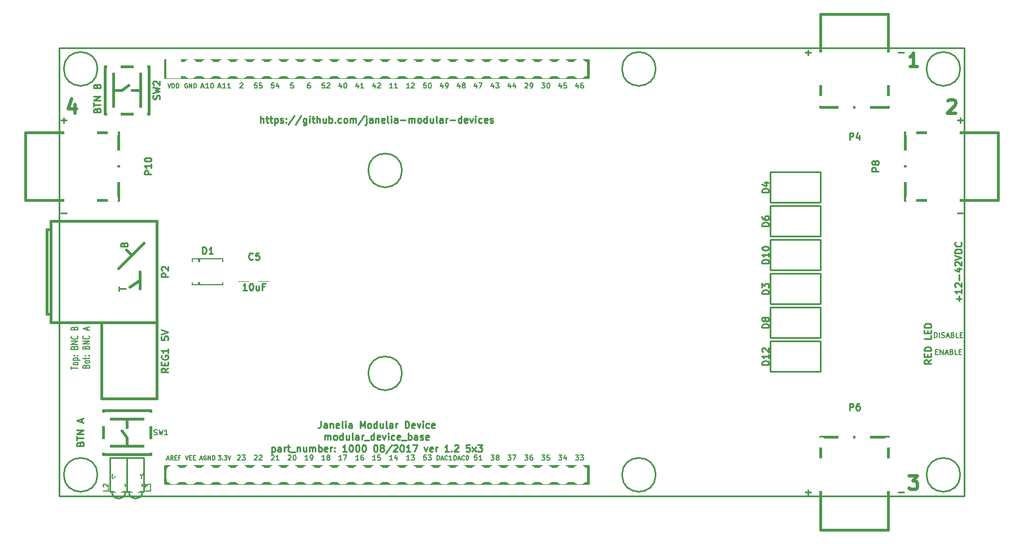
<source format=gto>
G04 #@! TF.GenerationSoftware,KiCad,Pcbnew,no-vcs-found-ef6910f~59~ubuntu16.04.1*
G04 #@! TF.CreationDate,2017-08-09T11:12:35-04:00*
G04 #@! TF.ProjectId,modular_device_base_5x3,6D6F64756C61725F6465766963655F62,1.2*
G04 #@! TF.SameCoordinates,Original*
G04 #@! TF.FileFunction,Legend,Top*
G04 #@! TF.FilePolarity,Positive*
%FSLAX46Y46*%
G04 Gerber Fmt 4.6, Leading zero omitted, Abs format (unit mm)*
G04 Created by KiCad (PCBNEW no-vcs-found-ef6910f~59~ubuntu16.04.1) date Wed Aug  9 11:12:35 2017*
%MOMM*%
%LPD*%
G01*
G04 APERTURE LIST*
%ADD10C,0.254000*%
%ADD11C,0.190500*%
%ADD12C,0.228600*%
%ADD13C,0.508000*%
%ADD14C,0.381000*%
%ADD15C,0.127000*%
%ADD16C,0.150000*%
%ADD17C,0.158750*%
%ADD18O,2.254200X2.940000*%
%ADD19C,3.956000*%
%ADD20R,2.254200X2.940000*%
%ADD21O,2.940000X1.924000*%
%ADD22R,3.067000X1.990040*%
%ADD23R,5.160000X4.000000*%
%ADD24R,1.640000X1.800000*%
%ADD25R,1.670000X2.940000*%
%ADD26R,3.110000X2.900000*%
%ADD27O,5.480000X3.448000*%
%ADD28O,2.432000X1.924000*%
%ADD29O,1.924000X2.432000*%
%ADD30R,2.997200X5.029200*%
%ADD31C,1.600200*%
%ADD32R,2.178000X4.591000*%
%ADD33O,1.924000X2.940000*%
%ADD34R,1.924000X2.940000*%
%ADD35R,4.591000X2.178000*%
%ADD36R,5.029200X2.997200*%
%ADD37C,2.330400*%
%ADD38O,4.972000X3.956000*%
%ADD39O,4.464000X5.480000*%
%ADD40O,5.480000X3.956000*%
%ADD41R,1.990040X3.067000*%
%ADD42O,2.743200X2.057400*%
%ADD43R,2.743200X2.057400*%
G04 APERTURE END LIST*
D10*
X189943619Y-112909047D02*
X189459809Y-113247714D01*
X189943619Y-113489619D02*
X188927619Y-113489619D01*
X188927619Y-113102571D01*
X188976000Y-113005809D01*
X189024380Y-112957428D01*
X189121142Y-112909047D01*
X189266285Y-112909047D01*
X189363047Y-112957428D01*
X189411428Y-113005809D01*
X189459809Y-113102571D01*
X189459809Y-113489619D01*
X189411428Y-112473619D02*
X189411428Y-112134952D01*
X189943619Y-111989809D02*
X189943619Y-112473619D01*
X188927619Y-112473619D01*
X188927619Y-111989809D01*
X189943619Y-111554380D02*
X188927619Y-111554380D01*
X188927619Y-111312476D01*
X188976000Y-111167333D01*
X189072761Y-111070571D01*
X189169523Y-111022190D01*
X189363047Y-110973809D01*
X189508190Y-110973809D01*
X189701714Y-111022190D01*
X189798476Y-111070571D01*
X189895238Y-111167333D01*
X189943619Y-111312476D01*
X189943619Y-111554380D01*
X189943619Y-109280476D02*
X189943619Y-109764285D01*
X188927619Y-109764285D01*
X189411428Y-108941809D02*
X189411428Y-108603142D01*
X189943619Y-108458000D02*
X189943619Y-108941809D01*
X188927619Y-108941809D01*
X188927619Y-108458000D01*
X189943619Y-108022571D02*
X188927619Y-108022571D01*
X188927619Y-107780666D01*
X188976000Y-107635523D01*
X189072761Y-107538761D01*
X189169523Y-107490380D01*
X189363047Y-107442000D01*
X189508190Y-107442000D01*
X189701714Y-107490380D01*
X189798476Y-107538761D01*
X189895238Y-107635523D01*
X189943619Y-107780666D01*
X189943619Y-108022571D01*
D11*
X190427428Y-109564714D02*
X190427428Y-108802714D01*
X190608857Y-108802714D01*
X190717714Y-108839000D01*
X190790285Y-108911571D01*
X190826571Y-108984142D01*
X190862857Y-109129285D01*
X190862857Y-109238142D01*
X190826571Y-109383285D01*
X190790285Y-109455857D01*
X190717714Y-109528428D01*
X190608857Y-109564714D01*
X190427428Y-109564714D01*
X191189428Y-109564714D02*
X191189428Y-108802714D01*
X191516000Y-109528428D02*
X191624857Y-109564714D01*
X191806285Y-109564714D01*
X191878857Y-109528428D01*
X191915142Y-109492142D01*
X191951428Y-109419571D01*
X191951428Y-109347000D01*
X191915142Y-109274428D01*
X191878857Y-109238142D01*
X191806285Y-109201857D01*
X191661142Y-109165571D01*
X191588571Y-109129285D01*
X191552285Y-109093000D01*
X191516000Y-109020428D01*
X191516000Y-108947857D01*
X191552285Y-108875285D01*
X191588571Y-108839000D01*
X191661142Y-108802714D01*
X191842571Y-108802714D01*
X191951428Y-108839000D01*
X192241714Y-109347000D02*
X192604571Y-109347000D01*
X192169142Y-109564714D02*
X192423142Y-108802714D01*
X192677142Y-109564714D01*
X193185142Y-109165571D02*
X193294000Y-109201857D01*
X193330285Y-109238142D01*
X193366571Y-109310714D01*
X193366571Y-109419571D01*
X193330285Y-109492142D01*
X193294000Y-109528428D01*
X193221428Y-109564714D01*
X192931142Y-109564714D01*
X192931142Y-108802714D01*
X193185142Y-108802714D01*
X193257714Y-108839000D01*
X193294000Y-108875285D01*
X193330285Y-108947857D01*
X193330285Y-109020428D01*
X193294000Y-109093000D01*
X193257714Y-109129285D01*
X193185142Y-109165571D01*
X192931142Y-109165571D01*
X194056000Y-109564714D02*
X193693142Y-109564714D01*
X193693142Y-108802714D01*
X194310000Y-109165571D02*
X194564000Y-109165571D01*
X194672857Y-109564714D02*
X194310000Y-109564714D01*
X194310000Y-108802714D01*
X194672857Y-108802714D01*
X190608857Y-111705571D02*
X190862857Y-111705571D01*
X190971714Y-112104714D02*
X190608857Y-112104714D01*
X190608857Y-111342714D01*
X190971714Y-111342714D01*
X191298285Y-112104714D02*
X191298285Y-111342714D01*
X191733714Y-112104714D01*
X191733714Y-111342714D01*
X192060285Y-111887000D02*
X192423142Y-111887000D01*
X191987714Y-112104714D02*
X192241714Y-111342714D01*
X192495714Y-112104714D01*
X193003714Y-111705571D02*
X193112571Y-111741857D01*
X193148857Y-111778142D01*
X193185142Y-111850714D01*
X193185142Y-111959571D01*
X193148857Y-112032142D01*
X193112571Y-112068428D01*
X193040000Y-112104714D01*
X192749714Y-112104714D01*
X192749714Y-111342714D01*
X193003714Y-111342714D01*
X193076285Y-111379000D01*
X193112571Y-111415285D01*
X193148857Y-111487857D01*
X193148857Y-111560428D01*
X193112571Y-111633000D01*
X193076285Y-111669285D01*
X193003714Y-111705571D01*
X192749714Y-111705571D01*
X193874571Y-112104714D02*
X193511714Y-112104714D01*
X193511714Y-111342714D01*
X194128571Y-111705571D02*
X194382571Y-111705571D01*
X194491428Y-112104714D02*
X194128571Y-112104714D01*
X194128571Y-111342714D01*
X194491428Y-111342714D01*
X71374000Y-130410857D02*
X71374000Y-130773714D01*
X71120000Y-130011714D02*
X71374000Y-130410857D01*
X71628000Y-130011714D01*
X67382571Y-130048000D02*
X67310000Y-130011714D01*
X67201142Y-130011714D01*
X67092285Y-130048000D01*
X67019714Y-130120571D01*
X66983428Y-130193142D01*
X66947142Y-130338285D01*
X66947142Y-130447142D01*
X66983428Y-130592285D01*
X67019714Y-130664857D01*
X67092285Y-130737428D01*
X67201142Y-130773714D01*
X67273714Y-130773714D01*
X67382571Y-130737428D01*
X67418857Y-130701142D01*
X67418857Y-130447142D01*
X67273714Y-130447142D01*
D10*
X59302952Y-90877571D02*
X60077047Y-90877571D01*
X59302952Y-76907571D02*
X60077047Y-76907571D01*
X59690000Y-77294619D02*
X59690000Y-76520523D01*
D12*
X194945000Y-66040000D02*
X59055000Y-66040000D01*
X194945000Y-133350000D02*
X194945000Y-66040000D01*
X59055000Y-133350000D02*
X194945000Y-133350000D01*
X59055000Y-66040000D02*
X59055000Y-133350000D01*
D10*
X193922952Y-90877571D02*
X194697047Y-90877571D01*
X193922952Y-76907571D02*
X194697047Y-76907571D01*
X194310000Y-77294619D02*
X194310000Y-76520523D01*
D13*
X61347047Y-74494571D02*
X61347047Y-75849238D01*
X60863238Y-73720476D02*
X60379428Y-75171904D01*
X61637333Y-75171904D01*
D10*
X89262857Y-77294619D02*
X89262857Y-76278619D01*
X89698285Y-77294619D02*
X89698285Y-76762428D01*
X89649904Y-76665666D01*
X89553142Y-76617285D01*
X89408000Y-76617285D01*
X89311238Y-76665666D01*
X89262857Y-76714047D01*
X90036952Y-76617285D02*
X90424000Y-76617285D01*
X90182095Y-76278619D02*
X90182095Y-77149476D01*
X90230476Y-77246238D01*
X90327238Y-77294619D01*
X90424000Y-77294619D01*
X90617523Y-76617285D02*
X91004571Y-76617285D01*
X90762666Y-76278619D02*
X90762666Y-77149476D01*
X90811047Y-77246238D01*
X90907809Y-77294619D01*
X91004571Y-77294619D01*
X91343238Y-76617285D02*
X91343238Y-77633285D01*
X91343238Y-76665666D02*
X91440000Y-76617285D01*
X91633523Y-76617285D01*
X91730285Y-76665666D01*
X91778666Y-76714047D01*
X91827047Y-76810809D01*
X91827047Y-77101095D01*
X91778666Y-77197857D01*
X91730285Y-77246238D01*
X91633523Y-77294619D01*
X91440000Y-77294619D01*
X91343238Y-77246238D01*
X92214095Y-77246238D02*
X92310857Y-77294619D01*
X92504380Y-77294619D01*
X92601142Y-77246238D01*
X92649523Y-77149476D01*
X92649523Y-77101095D01*
X92601142Y-77004333D01*
X92504380Y-76955952D01*
X92359238Y-76955952D01*
X92262476Y-76907571D01*
X92214095Y-76810809D01*
X92214095Y-76762428D01*
X92262476Y-76665666D01*
X92359238Y-76617285D01*
X92504380Y-76617285D01*
X92601142Y-76665666D01*
X93084952Y-77197857D02*
X93133333Y-77246238D01*
X93084952Y-77294619D01*
X93036571Y-77246238D01*
X93084952Y-77197857D01*
X93084952Y-77294619D01*
X93084952Y-76665666D02*
X93133333Y-76714047D01*
X93084952Y-76762428D01*
X93036571Y-76714047D01*
X93084952Y-76665666D01*
X93084952Y-76762428D01*
X94294476Y-76230238D02*
X93423619Y-77536523D01*
X95358857Y-76230238D02*
X94488000Y-77536523D01*
X96132952Y-76617285D02*
X96132952Y-77439761D01*
X96084571Y-77536523D01*
X96036190Y-77584904D01*
X95939428Y-77633285D01*
X95794285Y-77633285D01*
X95697523Y-77584904D01*
X96132952Y-77246238D02*
X96036190Y-77294619D01*
X95842666Y-77294619D01*
X95745904Y-77246238D01*
X95697523Y-77197857D01*
X95649142Y-77101095D01*
X95649142Y-76810809D01*
X95697523Y-76714047D01*
X95745904Y-76665666D01*
X95842666Y-76617285D01*
X96036190Y-76617285D01*
X96132952Y-76665666D01*
X96616761Y-77294619D02*
X96616761Y-76617285D01*
X96616761Y-76278619D02*
X96568380Y-76327000D01*
X96616761Y-76375380D01*
X96665142Y-76327000D01*
X96616761Y-76278619D01*
X96616761Y-76375380D01*
X96955428Y-76617285D02*
X97342476Y-76617285D01*
X97100571Y-76278619D02*
X97100571Y-77149476D01*
X97148952Y-77246238D01*
X97245714Y-77294619D01*
X97342476Y-77294619D01*
X97681142Y-77294619D02*
X97681142Y-76278619D01*
X98116571Y-77294619D02*
X98116571Y-76762428D01*
X98068190Y-76665666D01*
X97971428Y-76617285D01*
X97826285Y-76617285D01*
X97729523Y-76665666D01*
X97681142Y-76714047D01*
X99035809Y-76617285D02*
X99035809Y-77294619D01*
X98600380Y-76617285D02*
X98600380Y-77149476D01*
X98648761Y-77246238D01*
X98745523Y-77294619D01*
X98890666Y-77294619D01*
X98987428Y-77246238D01*
X99035809Y-77197857D01*
X99519619Y-77294619D02*
X99519619Y-76278619D01*
X99519619Y-76665666D02*
X99616380Y-76617285D01*
X99809904Y-76617285D01*
X99906666Y-76665666D01*
X99955047Y-76714047D01*
X100003428Y-76810809D01*
X100003428Y-77101095D01*
X99955047Y-77197857D01*
X99906666Y-77246238D01*
X99809904Y-77294619D01*
X99616380Y-77294619D01*
X99519619Y-77246238D01*
X100438857Y-77197857D02*
X100487238Y-77246238D01*
X100438857Y-77294619D01*
X100390476Y-77246238D01*
X100438857Y-77197857D01*
X100438857Y-77294619D01*
X101358095Y-77246238D02*
X101261333Y-77294619D01*
X101067809Y-77294619D01*
X100971047Y-77246238D01*
X100922666Y-77197857D01*
X100874285Y-77101095D01*
X100874285Y-76810809D01*
X100922666Y-76714047D01*
X100971047Y-76665666D01*
X101067809Y-76617285D01*
X101261333Y-76617285D01*
X101358095Y-76665666D01*
X101938666Y-77294619D02*
X101841904Y-77246238D01*
X101793523Y-77197857D01*
X101745142Y-77101095D01*
X101745142Y-76810809D01*
X101793523Y-76714047D01*
X101841904Y-76665666D01*
X101938666Y-76617285D01*
X102083809Y-76617285D01*
X102180571Y-76665666D01*
X102228952Y-76714047D01*
X102277333Y-76810809D01*
X102277333Y-77101095D01*
X102228952Y-77197857D01*
X102180571Y-77246238D01*
X102083809Y-77294619D01*
X101938666Y-77294619D01*
X102712761Y-77294619D02*
X102712761Y-76617285D01*
X102712761Y-76714047D02*
X102761142Y-76665666D01*
X102857904Y-76617285D01*
X103003047Y-76617285D01*
X103099809Y-76665666D01*
X103148190Y-76762428D01*
X103148190Y-77294619D01*
X103148190Y-76762428D02*
X103196571Y-76665666D01*
X103293333Y-76617285D01*
X103438476Y-76617285D01*
X103535238Y-76665666D01*
X103583619Y-76762428D01*
X103583619Y-77294619D01*
X104793142Y-76230238D02*
X103922285Y-77536523D01*
X105131809Y-76617285D02*
X105131809Y-77488142D01*
X105083428Y-77584904D01*
X104986666Y-77633285D01*
X104938285Y-77633285D01*
X105131809Y-76278619D02*
X105083428Y-76327000D01*
X105131809Y-76375380D01*
X105180190Y-76327000D01*
X105131809Y-76278619D01*
X105131809Y-76375380D01*
X106051047Y-77294619D02*
X106051047Y-76762428D01*
X106002666Y-76665666D01*
X105905904Y-76617285D01*
X105712380Y-76617285D01*
X105615619Y-76665666D01*
X106051047Y-77246238D02*
X105954285Y-77294619D01*
X105712380Y-77294619D01*
X105615619Y-77246238D01*
X105567238Y-77149476D01*
X105567238Y-77052714D01*
X105615619Y-76955952D01*
X105712380Y-76907571D01*
X105954285Y-76907571D01*
X106051047Y-76859190D01*
X106534857Y-76617285D02*
X106534857Y-77294619D01*
X106534857Y-76714047D02*
X106583238Y-76665666D01*
X106680000Y-76617285D01*
X106825142Y-76617285D01*
X106921904Y-76665666D01*
X106970285Y-76762428D01*
X106970285Y-77294619D01*
X107841142Y-77246238D02*
X107744380Y-77294619D01*
X107550857Y-77294619D01*
X107454095Y-77246238D01*
X107405714Y-77149476D01*
X107405714Y-76762428D01*
X107454095Y-76665666D01*
X107550857Y-76617285D01*
X107744380Y-76617285D01*
X107841142Y-76665666D01*
X107889523Y-76762428D01*
X107889523Y-76859190D01*
X107405714Y-76955952D01*
X108470095Y-77294619D02*
X108373333Y-77246238D01*
X108324952Y-77149476D01*
X108324952Y-76278619D01*
X108857142Y-77294619D02*
X108857142Y-76617285D01*
X108857142Y-76278619D02*
X108808761Y-76327000D01*
X108857142Y-76375380D01*
X108905523Y-76327000D01*
X108857142Y-76278619D01*
X108857142Y-76375380D01*
X109776380Y-77294619D02*
X109776380Y-76762428D01*
X109728000Y-76665666D01*
X109631238Y-76617285D01*
X109437714Y-76617285D01*
X109340952Y-76665666D01*
X109776380Y-77246238D02*
X109679619Y-77294619D01*
X109437714Y-77294619D01*
X109340952Y-77246238D01*
X109292571Y-77149476D01*
X109292571Y-77052714D01*
X109340952Y-76955952D01*
X109437714Y-76907571D01*
X109679619Y-76907571D01*
X109776380Y-76859190D01*
X110260190Y-76907571D02*
X111034285Y-76907571D01*
X111518095Y-77294619D02*
X111518095Y-76617285D01*
X111518095Y-76714047D02*
X111566476Y-76665666D01*
X111663238Y-76617285D01*
X111808380Y-76617285D01*
X111905142Y-76665666D01*
X111953523Y-76762428D01*
X111953523Y-77294619D01*
X111953523Y-76762428D02*
X112001904Y-76665666D01*
X112098666Y-76617285D01*
X112243809Y-76617285D01*
X112340571Y-76665666D01*
X112388952Y-76762428D01*
X112388952Y-77294619D01*
X113017904Y-77294619D02*
X112921142Y-77246238D01*
X112872761Y-77197857D01*
X112824380Y-77101095D01*
X112824380Y-76810809D01*
X112872761Y-76714047D01*
X112921142Y-76665666D01*
X113017904Y-76617285D01*
X113163047Y-76617285D01*
X113259809Y-76665666D01*
X113308190Y-76714047D01*
X113356571Y-76810809D01*
X113356571Y-77101095D01*
X113308190Y-77197857D01*
X113259809Y-77246238D01*
X113163047Y-77294619D01*
X113017904Y-77294619D01*
X114227428Y-77294619D02*
X114227428Y-76278619D01*
X114227428Y-77246238D02*
X114130666Y-77294619D01*
X113937142Y-77294619D01*
X113840380Y-77246238D01*
X113792000Y-77197857D01*
X113743619Y-77101095D01*
X113743619Y-76810809D01*
X113792000Y-76714047D01*
X113840380Y-76665666D01*
X113937142Y-76617285D01*
X114130666Y-76617285D01*
X114227428Y-76665666D01*
X115146666Y-76617285D02*
X115146666Y-77294619D01*
X114711238Y-76617285D02*
X114711238Y-77149476D01*
X114759619Y-77246238D01*
X114856380Y-77294619D01*
X115001523Y-77294619D01*
X115098285Y-77246238D01*
X115146666Y-77197857D01*
X115775619Y-77294619D02*
X115678857Y-77246238D01*
X115630476Y-77149476D01*
X115630476Y-76278619D01*
X116598095Y-77294619D02*
X116598095Y-76762428D01*
X116549714Y-76665666D01*
X116452952Y-76617285D01*
X116259428Y-76617285D01*
X116162666Y-76665666D01*
X116598095Y-77246238D02*
X116501333Y-77294619D01*
X116259428Y-77294619D01*
X116162666Y-77246238D01*
X116114285Y-77149476D01*
X116114285Y-77052714D01*
X116162666Y-76955952D01*
X116259428Y-76907571D01*
X116501333Y-76907571D01*
X116598095Y-76859190D01*
X117081904Y-77294619D02*
X117081904Y-76617285D01*
X117081904Y-76810809D02*
X117130285Y-76714047D01*
X117178666Y-76665666D01*
X117275428Y-76617285D01*
X117372190Y-76617285D01*
X117710857Y-76907571D02*
X118484952Y-76907571D01*
X119404190Y-77294619D02*
X119404190Y-76278619D01*
X119404190Y-77246238D02*
X119307428Y-77294619D01*
X119113904Y-77294619D01*
X119017142Y-77246238D01*
X118968761Y-77197857D01*
X118920380Y-77101095D01*
X118920380Y-76810809D01*
X118968761Y-76714047D01*
X119017142Y-76665666D01*
X119113904Y-76617285D01*
X119307428Y-76617285D01*
X119404190Y-76665666D01*
X120275047Y-77246238D02*
X120178285Y-77294619D01*
X119984761Y-77294619D01*
X119888000Y-77246238D01*
X119839619Y-77149476D01*
X119839619Y-76762428D01*
X119888000Y-76665666D01*
X119984761Y-76617285D01*
X120178285Y-76617285D01*
X120275047Y-76665666D01*
X120323428Y-76762428D01*
X120323428Y-76859190D01*
X119839619Y-76955952D01*
X120662095Y-76617285D02*
X120904000Y-77294619D01*
X121145904Y-76617285D01*
X121532952Y-77294619D02*
X121532952Y-76617285D01*
X121532952Y-76278619D02*
X121484571Y-76327000D01*
X121532952Y-76375380D01*
X121581333Y-76327000D01*
X121532952Y-76278619D01*
X121532952Y-76375380D01*
X122452190Y-77246238D02*
X122355428Y-77294619D01*
X122161904Y-77294619D01*
X122065142Y-77246238D01*
X122016761Y-77197857D01*
X121968380Y-77101095D01*
X121968380Y-76810809D01*
X122016761Y-76714047D01*
X122065142Y-76665666D01*
X122161904Y-76617285D01*
X122355428Y-76617285D01*
X122452190Y-76665666D01*
X123274666Y-77246238D02*
X123177904Y-77294619D01*
X122984380Y-77294619D01*
X122887619Y-77246238D01*
X122839238Y-77149476D01*
X122839238Y-76762428D01*
X122887619Y-76665666D01*
X122984380Y-76617285D01*
X123177904Y-76617285D01*
X123274666Y-76665666D01*
X123323047Y-76762428D01*
X123323047Y-76859190D01*
X122839238Y-76955952D01*
X123710095Y-77246238D02*
X123806857Y-77294619D01*
X124000380Y-77294619D01*
X124097142Y-77246238D01*
X124145523Y-77149476D01*
X124145523Y-77101095D01*
X124097142Y-77004333D01*
X124000380Y-76955952D01*
X123855238Y-76955952D01*
X123758476Y-76907571D01*
X123710095Y-76810809D01*
X123710095Y-76762428D01*
X123758476Y-76665666D01*
X123855238Y-76617285D01*
X124000380Y-76617285D01*
X124097142Y-76665666D01*
D11*
X60816369Y-114336285D02*
X60816369Y-113900857D01*
X61832369Y-114118571D02*
X60816369Y-114118571D01*
X61832369Y-113538000D02*
X61783988Y-113610571D01*
X61735607Y-113646857D01*
X61638845Y-113683142D01*
X61348559Y-113683142D01*
X61251797Y-113646857D01*
X61203416Y-113610571D01*
X61155035Y-113538000D01*
X61155035Y-113429142D01*
X61203416Y-113356571D01*
X61251797Y-113320285D01*
X61348559Y-113284000D01*
X61638845Y-113284000D01*
X61735607Y-113320285D01*
X61783988Y-113356571D01*
X61832369Y-113429142D01*
X61832369Y-113538000D01*
X61155035Y-112957428D02*
X62171035Y-112957428D01*
X61203416Y-112957428D02*
X61155035Y-112884857D01*
X61155035Y-112739714D01*
X61203416Y-112667142D01*
X61251797Y-112630857D01*
X61348559Y-112594571D01*
X61638845Y-112594571D01*
X61735607Y-112630857D01*
X61783988Y-112667142D01*
X61832369Y-112739714D01*
X61832369Y-112884857D01*
X61783988Y-112957428D01*
X61735607Y-112268000D02*
X61783988Y-112231714D01*
X61832369Y-112268000D01*
X61783988Y-112304285D01*
X61735607Y-112268000D01*
X61832369Y-112268000D01*
X61203416Y-112268000D02*
X61251797Y-112231714D01*
X61300178Y-112268000D01*
X61251797Y-112304285D01*
X61203416Y-112268000D01*
X61300178Y-112268000D01*
X61300178Y-111070571D02*
X61348559Y-110961714D01*
X61396940Y-110925428D01*
X61493702Y-110889142D01*
X61638845Y-110889142D01*
X61735607Y-110925428D01*
X61783988Y-110961714D01*
X61832369Y-111034285D01*
X61832369Y-111324571D01*
X60816369Y-111324571D01*
X60816369Y-111070571D01*
X60864750Y-110998000D01*
X60913130Y-110961714D01*
X61009892Y-110925428D01*
X61106654Y-110925428D01*
X61203416Y-110961714D01*
X61251797Y-110998000D01*
X61300178Y-111070571D01*
X61300178Y-111324571D01*
X61832369Y-110562571D02*
X60816369Y-110562571D01*
X61832369Y-110127142D01*
X60816369Y-110127142D01*
X61735607Y-109328857D02*
X61783988Y-109365142D01*
X61832369Y-109474000D01*
X61832369Y-109546571D01*
X61783988Y-109655428D01*
X61687226Y-109728000D01*
X61590464Y-109764285D01*
X61396940Y-109800571D01*
X61251797Y-109800571D01*
X61058273Y-109764285D01*
X60961511Y-109728000D01*
X60864750Y-109655428D01*
X60816369Y-109546571D01*
X60816369Y-109474000D01*
X60864750Y-109365142D01*
X60913130Y-109328857D01*
X61300178Y-108167714D02*
X61348559Y-108058857D01*
X61396940Y-108022571D01*
X61493702Y-107986285D01*
X61638845Y-107986285D01*
X61735607Y-108022571D01*
X61783988Y-108058857D01*
X61832369Y-108131428D01*
X61832369Y-108421714D01*
X60816369Y-108421714D01*
X60816369Y-108167714D01*
X60864750Y-108095142D01*
X60913130Y-108058857D01*
X61009892Y-108022571D01*
X61106654Y-108022571D01*
X61203416Y-108058857D01*
X61251797Y-108095142D01*
X61300178Y-108167714D01*
X61300178Y-108421714D01*
X63014678Y-113882714D02*
X63063059Y-113773857D01*
X63111440Y-113737571D01*
X63208202Y-113701285D01*
X63353345Y-113701285D01*
X63450107Y-113737571D01*
X63498488Y-113773857D01*
X63546869Y-113846428D01*
X63546869Y-114136714D01*
X62530869Y-114136714D01*
X62530869Y-113882714D01*
X62579250Y-113810142D01*
X62627630Y-113773857D01*
X62724392Y-113737571D01*
X62821154Y-113737571D01*
X62917916Y-113773857D01*
X62966297Y-113810142D01*
X63014678Y-113882714D01*
X63014678Y-114136714D01*
X63546869Y-113265857D02*
X63498488Y-113338428D01*
X63450107Y-113374714D01*
X63353345Y-113411000D01*
X63063059Y-113411000D01*
X62966297Y-113374714D01*
X62917916Y-113338428D01*
X62869535Y-113265857D01*
X62869535Y-113157000D01*
X62917916Y-113084428D01*
X62966297Y-113048142D01*
X63063059Y-113011857D01*
X63353345Y-113011857D01*
X63450107Y-113048142D01*
X63498488Y-113084428D01*
X63546869Y-113157000D01*
X63546869Y-113265857D01*
X62869535Y-112794142D02*
X62869535Y-112503857D01*
X62530869Y-112685285D02*
X63401726Y-112685285D01*
X63498488Y-112649000D01*
X63546869Y-112576428D01*
X63546869Y-112503857D01*
X63450107Y-112249857D02*
X63498488Y-112213571D01*
X63546869Y-112249857D01*
X63498488Y-112286142D01*
X63450107Y-112249857D01*
X63546869Y-112249857D01*
X62917916Y-112249857D02*
X62966297Y-112213571D01*
X63014678Y-112249857D01*
X62966297Y-112286142D01*
X62917916Y-112249857D01*
X63014678Y-112249857D01*
X63014678Y-111052428D02*
X63063059Y-110943571D01*
X63111440Y-110907285D01*
X63208202Y-110871000D01*
X63353345Y-110871000D01*
X63450107Y-110907285D01*
X63498488Y-110943571D01*
X63546869Y-111016142D01*
X63546869Y-111306428D01*
X62530869Y-111306428D01*
X62530869Y-111052428D01*
X62579250Y-110979857D01*
X62627630Y-110943571D01*
X62724392Y-110907285D01*
X62821154Y-110907285D01*
X62917916Y-110943571D01*
X62966297Y-110979857D01*
X63014678Y-111052428D01*
X63014678Y-111306428D01*
X63546869Y-110544428D02*
X62530869Y-110544428D01*
X63546869Y-110109000D01*
X62530869Y-110109000D01*
X63450107Y-109310714D02*
X63498488Y-109347000D01*
X63546869Y-109455857D01*
X63546869Y-109528428D01*
X63498488Y-109637285D01*
X63401726Y-109709857D01*
X63304964Y-109746142D01*
X63111440Y-109782428D01*
X62966297Y-109782428D01*
X62772773Y-109746142D01*
X62676011Y-109709857D01*
X62579250Y-109637285D01*
X62530869Y-109528428D01*
X62530869Y-109455857D01*
X62579250Y-109347000D01*
X62627630Y-109310714D01*
X63256583Y-108439857D02*
X63256583Y-108077000D01*
X63546869Y-108512428D02*
X62530869Y-108258428D01*
X63546869Y-108004428D01*
D10*
X194128571Y-104097666D02*
X194128571Y-103323571D01*
X194515619Y-103710619D02*
X193741523Y-103710619D01*
X194515619Y-102307571D02*
X194515619Y-102888142D01*
X194515619Y-102597857D02*
X193499619Y-102597857D01*
X193644761Y-102694619D01*
X193741523Y-102791380D01*
X193789904Y-102888142D01*
X193596380Y-101920523D02*
X193548000Y-101872142D01*
X193499619Y-101775380D01*
X193499619Y-101533476D01*
X193548000Y-101436714D01*
X193596380Y-101388333D01*
X193693142Y-101339952D01*
X193789904Y-101339952D01*
X193935047Y-101388333D01*
X194515619Y-101968904D01*
X194515619Y-101339952D01*
X194128571Y-100904523D02*
X194128571Y-100130428D01*
X193838285Y-99211190D02*
X194515619Y-99211190D01*
X193451238Y-99453095D02*
X194176952Y-99695000D01*
X194176952Y-99066047D01*
X193596380Y-98727380D02*
X193548000Y-98679000D01*
X193499619Y-98582238D01*
X193499619Y-98340333D01*
X193548000Y-98243571D01*
X193596380Y-98195190D01*
X193693142Y-98146809D01*
X193789904Y-98146809D01*
X193935047Y-98195190D01*
X194515619Y-98775761D01*
X194515619Y-98146809D01*
X193499619Y-97856523D02*
X194515619Y-97517857D01*
X193499619Y-97179190D01*
X194515619Y-96840523D02*
X193499619Y-96840523D01*
X193499619Y-96598619D01*
X193548000Y-96453476D01*
X193644761Y-96356714D01*
X193741523Y-96308333D01*
X193935047Y-96259952D01*
X194080190Y-96259952D01*
X194273714Y-96308333D01*
X194370476Y-96356714D01*
X194467238Y-96453476D01*
X194515619Y-96598619D01*
X194515619Y-96840523D01*
X194418857Y-95243952D02*
X194467238Y-95292333D01*
X194515619Y-95437476D01*
X194515619Y-95534238D01*
X194467238Y-95679380D01*
X194370476Y-95776142D01*
X194273714Y-95824523D01*
X194080190Y-95872904D01*
X193935047Y-95872904D01*
X193741523Y-95824523D01*
X193644761Y-95776142D01*
X193548000Y-95679380D01*
X193499619Y-95534238D01*
X193499619Y-95437476D01*
X193548000Y-95292333D01*
X193596380Y-95243952D01*
D13*
X186647666Y-130332238D02*
X187905571Y-130332238D01*
X187228238Y-131106333D01*
X187518523Y-131106333D01*
X187712047Y-131203095D01*
X187808809Y-131299857D01*
X187905571Y-131493380D01*
X187905571Y-131977190D01*
X187808809Y-132170714D01*
X187712047Y-132267476D01*
X187518523Y-132364238D01*
X186937952Y-132364238D01*
X186744428Y-132267476D01*
X186647666Y-132170714D01*
X192459428Y-74010761D02*
X192556190Y-73914000D01*
X192749714Y-73817238D01*
X193233523Y-73817238D01*
X193427047Y-73914000D01*
X193523809Y-74010761D01*
X193620571Y-74204285D01*
X193620571Y-74397809D01*
X193523809Y-74688095D01*
X192362666Y-75849238D01*
X193620571Y-75849238D01*
X187905571Y-68864238D02*
X186744428Y-68864238D01*
X187325000Y-68864238D02*
X187325000Y-66832238D01*
X187131476Y-67122523D01*
X186937952Y-67316047D01*
X186744428Y-67412809D01*
D10*
X185032952Y-132787571D02*
X185807047Y-132787571D01*
X185032952Y-66747571D02*
X185807047Y-66747571D01*
X171062952Y-66747571D02*
X171837047Y-66747571D01*
X171450000Y-67134619D02*
X171450000Y-66360523D01*
X171062952Y-132787571D02*
X171837047Y-132787571D01*
X171450000Y-133174619D02*
X171450000Y-132400523D01*
X74373619Y-109413523D02*
X74373619Y-109897333D01*
X74857428Y-109945714D01*
X74809047Y-109897333D01*
X74760666Y-109800571D01*
X74760666Y-109558666D01*
X74809047Y-109461904D01*
X74857428Y-109413523D01*
X74954190Y-109365142D01*
X75196095Y-109365142D01*
X75292857Y-109413523D01*
X75341238Y-109461904D01*
X75389619Y-109558666D01*
X75389619Y-109800571D01*
X75341238Y-109897333D01*
X75292857Y-109945714D01*
X74373619Y-109074857D02*
X75389619Y-108736190D01*
X74373619Y-108397523D01*
X98285904Y-122125619D02*
X98285904Y-122851333D01*
X98237523Y-122996476D01*
X98140761Y-123093238D01*
X97995619Y-123141619D01*
X97898857Y-123141619D01*
X99205142Y-123141619D02*
X99205142Y-122609428D01*
X99156761Y-122512666D01*
X99060000Y-122464285D01*
X98866476Y-122464285D01*
X98769714Y-122512666D01*
X99205142Y-123093238D02*
X99108380Y-123141619D01*
X98866476Y-123141619D01*
X98769714Y-123093238D01*
X98721333Y-122996476D01*
X98721333Y-122899714D01*
X98769714Y-122802952D01*
X98866476Y-122754571D01*
X99108380Y-122754571D01*
X99205142Y-122706190D01*
X99688952Y-122464285D02*
X99688952Y-123141619D01*
X99688952Y-122561047D02*
X99737333Y-122512666D01*
X99834095Y-122464285D01*
X99979238Y-122464285D01*
X100076000Y-122512666D01*
X100124380Y-122609428D01*
X100124380Y-123141619D01*
X100995238Y-123093238D02*
X100898476Y-123141619D01*
X100704952Y-123141619D01*
X100608190Y-123093238D01*
X100559809Y-122996476D01*
X100559809Y-122609428D01*
X100608190Y-122512666D01*
X100704952Y-122464285D01*
X100898476Y-122464285D01*
X100995238Y-122512666D01*
X101043619Y-122609428D01*
X101043619Y-122706190D01*
X100559809Y-122802952D01*
X101624190Y-123141619D02*
X101527428Y-123093238D01*
X101479047Y-122996476D01*
X101479047Y-122125619D01*
X102011238Y-123141619D02*
X102011238Y-122464285D01*
X102011238Y-122125619D02*
X101962857Y-122174000D01*
X102011238Y-122222380D01*
X102059619Y-122174000D01*
X102011238Y-122125619D01*
X102011238Y-122222380D01*
X102930476Y-123141619D02*
X102930476Y-122609428D01*
X102882095Y-122512666D01*
X102785333Y-122464285D01*
X102591809Y-122464285D01*
X102495047Y-122512666D01*
X102930476Y-123093238D02*
X102833714Y-123141619D01*
X102591809Y-123141619D01*
X102495047Y-123093238D01*
X102446666Y-122996476D01*
X102446666Y-122899714D01*
X102495047Y-122802952D01*
X102591809Y-122754571D01*
X102833714Y-122754571D01*
X102930476Y-122706190D01*
X104188380Y-123141619D02*
X104188380Y-122125619D01*
X104527047Y-122851333D01*
X104865714Y-122125619D01*
X104865714Y-123141619D01*
X105494666Y-123141619D02*
X105397904Y-123093238D01*
X105349523Y-123044857D01*
X105301142Y-122948095D01*
X105301142Y-122657809D01*
X105349523Y-122561047D01*
X105397904Y-122512666D01*
X105494666Y-122464285D01*
X105639809Y-122464285D01*
X105736571Y-122512666D01*
X105784952Y-122561047D01*
X105833333Y-122657809D01*
X105833333Y-122948095D01*
X105784952Y-123044857D01*
X105736571Y-123093238D01*
X105639809Y-123141619D01*
X105494666Y-123141619D01*
X106704190Y-123141619D02*
X106704190Y-122125619D01*
X106704190Y-123093238D02*
X106607428Y-123141619D01*
X106413904Y-123141619D01*
X106317142Y-123093238D01*
X106268761Y-123044857D01*
X106220380Y-122948095D01*
X106220380Y-122657809D01*
X106268761Y-122561047D01*
X106317142Y-122512666D01*
X106413904Y-122464285D01*
X106607428Y-122464285D01*
X106704190Y-122512666D01*
X107623428Y-122464285D02*
X107623428Y-123141619D01*
X107188000Y-122464285D02*
X107188000Y-122996476D01*
X107236380Y-123093238D01*
X107333142Y-123141619D01*
X107478285Y-123141619D01*
X107575047Y-123093238D01*
X107623428Y-123044857D01*
X108252380Y-123141619D02*
X108155619Y-123093238D01*
X108107238Y-122996476D01*
X108107238Y-122125619D01*
X109074857Y-123141619D02*
X109074857Y-122609428D01*
X109026476Y-122512666D01*
X108929714Y-122464285D01*
X108736190Y-122464285D01*
X108639428Y-122512666D01*
X109074857Y-123093238D02*
X108978095Y-123141619D01*
X108736190Y-123141619D01*
X108639428Y-123093238D01*
X108591047Y-122996476D01*
X108591047Y-122899714D01*
X108639428Y-122802952D01*
X108736190Y-122754571D01*
X108978095Y-122754571D01*
X109074857Y-122706190D01*
X109558666Y-123141619D02*
X109558666Y-122464285D01*
X109558666Y-122657809D02*
X109607047Y-122561047D01*
X109655428Y-122512666D01*
X109752190Y-122464285D01*
X109848952Y-122464285D01*
X110961714Y-123141619D02*
X110961714Y-122125619D01*
X111203619Y-122125619D01*
X111348761Y-122174000D01*
X111445523Y-122270761D01*
X111493904Y-122367523D01*
X111542285Y-122561047D01*
X111542285Y-122706190D01*
X111493904Y-122899714D01*
X111445523Y-122996476D01*
X111348761Y-123093238D01*
X111203619Y-123141619D01*
X110961714Y-123141619D01*
X112364761Y-123093238D02*
X112268000Y-123141619D01*
X112074476Y-123141619D01*
X111977714Y-123093238D01*
X111929333Y-122996476D01*
X111929333Y-122609428D01*
X111977714Y-122512666D01*
X112074476Y-122464285D01*
X112268000Y-122464285D01*
X112364761Y-122512666D01*
X112413142Y-122609428D01*
X112413142Y-122706190D01*
X111929333Y-122802952D01*
X112751809Y-122464285D02*
X112993714Y-123141619D01*
X113235619Y-122464285D01*
X113622666Y-123141619D02*
X113622666Y-122464285D01*
X113622666Y-122125619D02*
X113574285Y-122174000D01*
X113622666Y-122222380D01*
X113671047Y-122174000D01*
X113622666Y-122125619D01*
X113622666Y-122222380D01*
X114541904Y-123093238D02*
X114445142Y-123141619D01*
X114251619Y-123141619D01*
X114154857Y-123093238D01*
X114106476Y-123044857D01*
X114058095Y-122948095D01*
X114058095Y-122657809D01*
X114106476Y-122561047D01*
X114154857Y-122512666D01*
X114251619Y-122464285D01*
X114445142Y-122464285D01*
X114541904Y-122512666D01*
X115364380Y-123093238D02*
X115267619Y-123141619D01*
X115074095Y-123141619D01*
X114977333Y-123093238D01*
X114928952Y-122996476D01*
X114928952Y-122609428D01*
X114977333Y-122512666D01*
X115074095Y-122464285D01*
X115267619Y-122464285D01*
X115364380Y-122512666D01*
X115412761Y-122609428D01*
X115412761Y-122706190D01*
X114928952Y-122802952D01*
X98890666Y-124919619D02*
X98890666Y-124242285D01*
X98890666Y-124339047D02*
X98939047Y-124290666D01*
X99035809Y-124242285D01*
X99180952Y-124242285D01*
X99277714Y-124290666D01*
X99326095Y-124387428D01*
X99326095Y-124919619D01*
X99326095Y-124387428D02*
X99374476Y-124290666D01*
X99471238Y-124242285D01*
X99616380Y-124242285D01*
X99713142Y-124290666D01*
X99761523Y-124387428D01*
X99761523Y-124919619D01*
X100390476Y-124919619D02*
X100293714Y-124871238D01*
X100245333Y-124822857D01*
X100196952Y-124726095D01*
X100196952Y-124435809D01*
X100245333Y-124339047D01*
X100293714Y-124290666D01*
X100390476Y-124242285D01*
X100535619Y-124242285D01*
X100632380Y-124290666D01*
X100680761Y-124339047D01*
X100729142Y-124435809D01*
X100729142Y-124726095D01*
X100680761Y-124822857D01*
X100632380Y-124871238D01*
X100535619Y-124919619D01*
X100390476Y-124919619D01*
X101600000Y-124919619D02*
X101600000Y-123903619D01*
X101600000Y-124871238D02*
X101503238Y-124919619D01*
X101309714Y-124919619D01*
X101212952Y-124871238D01*
X101164571Y-124822857D01*
X101116190Y-124726095D01*
X101116190Y-124435809D01*
X101164571Y-124339047D01*
X101212952Y-124290666D01*
X101309714Y-124242285D01*
X101503238Y-124242285D01*
X101600000Y-124290666D01*
X102519238Y-124242285D02*
X102519238Y-124919619D01*
X102083809Y-124242285D02*
X102083809Y-124774476D01*
X102132190Y-124871238D01*
X102228952Y-124919619D01*
X102374095Y-124919619D01*
X102470857Y-124871238D01*
X102519238Y-124822857D01*
X103148190Y-124919619D02*
X103051428Y-124871238D01*
X103003047Y-124774476D01*
X103003047Y-123903619D01*
X103970666Y-124919619D02*
X103970666Y-124387428D01*
X103922285Y-124290666D01*
X103825523Y-124242285D01*
X103632000Y-124242285D01*
X103535238Y-124290666D01*
X103970666Y-124871238D02*
X103873904Y-124919619D01*
X103632000Y-124919619D01*
X103535238Y-124871238D01*
X103486857Y-124774476D01*
X103486857Y-124677714D01*
X103535238Y-124580952D01*
X103632000Y-124532571D01*
X103873904Y-124532571D01*
X103970666Y-124484190D01*
X104454476Y-124919619D02*
X104454476Y-124242285D01*
X104454476Y-124435809D02*
X104502857Y-124339047D01*
X104551238Y-124290666D01*
X104648000Y-124242285D01*
X104744761Y-124242285D01*
X104841523Y-125016380D02*
X105615619Y-125016380D01*
X106292952Y-124919619D02*
X106292952Y-123903619D01*
X106292952Y-124871238D02*
X106196190Y-124919619D01*
X106002666Y-124919619D01*
X105905904Y-124871238D01*
X105857523Y-124822857D01*
X105809142Y-124726095D01*
X105809142Y-124435809D01*
X105857523Y-124339047D01*
X105905904Y-124290666D01*
X106002666Y-124242285D01*
X106196190Y-124242285D01*
X106292952Y-124290666D01*
X107163809Y-124871238D02*
X107067047Y-124919619D01*
X106873523Y-124919619D01*
X106776761Y-124871238D01*
X106728380Y-124774476D01*
X106728380Y-124387428D01*
X106776761Y-124290666D01*
X106873523Y-124242285D01*
X107067047Y-124242285D01*
X107163809Y-124290666D01*
X107212190Y-124387428D01*
X107212190Y-124484190D01*
X106728380Y-124580952D01*
X107550857Y-124242285D02*
X107792761Y-124919619D01*
X108034666Y-124242285D01*
X108421714Y-124919619D02*
X108421714Y-124242285D01*
X108421714Y-123903619D02*
X108373333Y-123952000D01*
X108421714Y-124000380D01*
X108470095Y-123952000D01*
X108421714Y-123903619D01*
X108421714Y-124000380D01*
X109340952Y-124871238D02*
X109244190Y-124919619D01*
X109050666Y-124919619D01*
X108953904Y-124871238D01*
X108905523Y-124822857D01*
X108857142Y-124726095D01*
X108857142Y-124435809D01*
X108905523Y-124339047D01*
X108953904Y-124290666D01*
X109050666Y-124242285D01*
X109244190Y-124242285D01*
X109340952Y-124290666D01*
X110163428Y-124871238D02*
X110066666Y-124919619D01*
X109873142Y-124919619D01*
X109776380Y-124871238D01*
X109728000Y-124774476D01*
X109728000Y-124387428D01*
X109776380Y-124290666D01*
X109873142Y-124242285D01*
X110066666Y-124242285D01*
X110163428Y-124290666D01*
X110211809Y-124387428D01*
X110211809Y-124484190D01*
X109728000Y-124580952D01*
X110405333Y-125016380D02*
X111179428Y-125016380D01*
X111421333Y-124919619D02*
X111421333Y-123903619D01*
X111421333Y-124290666D02*
X111518095Y-124242285D01*
X111711619Y-124242285D01*
X111808380Y-124290666D01*
X111856761Y-124339047D01*
X111905142Y-124435809D01*
X111905142Y-124726095D01*
X111856761Y-124822857D01*
X111808380Y-124871238D01*
X111711619Y-124919619D01*
X111518095Y-124919619D01*
X111421333Y-124871238D01*
X112776000Y-124919619D02*
X112776000Y-124387428D01*
X112727619Y-124290666D01*
X112630857Y-124242285D01*
X112437333Y-124242285D01*
X112340571Y-124290666D01*
X112776000Y-124871238D02*
X112679238Y-124919619D01*
X112437333Y-124919619D01*
X112340571Y-124871238D01*
X112292190Y-124774476D01*
X112292190Y-124677714D01*
X112340571Y-124580952D01*
X112437333Y-124532571D01*
X112679238Y-124532571D01*
X112776000Y-124484190D01*
X113211428Y-124871238D02*
X113308190Y-124919619D01*
X113501714Y-124919619D01*
X113598476Y-124871238D01*
X113646857Y-124774476D01*
X113646857Y-124726095D01*
X113598476Y-124629333D01*
X113501714Y-124580952D01*
X113356571Y-124580952D01*
X113259809Y-124532571D01*
X113211428Y-124435809D01*
X113211428Y-124387428D01*
X113259809Y-124290666D01*
X113356571Y-124242285D01*
X113501714Y-124242285D01*
X113598476Y-124290666D01*
X114469333Y-124871238D02*
X114372571Y-124919619D01*
X114179047Y-124919619D01*
X114082285Y-124871238D01*
X114033904Y-124774476D01*
X114033904Y-124387428D01*
X114082285Y-124290666D01*
X114179047Y-124242285D01*
X114372571Y-124242285D01*
X114469333Y-124290666D01*
X114517714Y-124387428D01*
X114517714Y-124484190D01*
X114033904Y-124580952D01*
X90932000Y-126020285D02*
X90932000Y-127036285D01*
X90932000Y-126068666D02*
X91028761Y-126020285D01*
X91222285Y-126020285D01*
X91319047Y-126068666D01*
X91367428Y-126117047D01*
X91415809Y-126213809D01*
X91415809Y-126504095D01*
X91367428Y-126600857D01*
X91319047Y-126649238D01*
X91222285Y-126697619D01*
X91028761Y-126697619D01*
X90932000Y-126649238D01*
X92286666Y-126697619D02*
X92286666Y-126165428D01*
X92238285Y-126068666D01*
X92141523Y-126020285D01*
X91948000Y-126020285D01*
X91851238Y-126068666D01*
X92286666Y-126649238D02*
X92189904Y-126697619D01*
X91948000Y-126697619D01*
X91851238Y-126649238D01*
X91802857Y-126552476D01*
X91802857Y-126455714D01*
X91851238Y-126358952D01*
X91948000Y-126310571D01*
X92189904Y-126310571D01*
X92286666Y-126262190D01*
X92770476Y-126697619D02*
X92770476Y-126020285D01*
X92770476Y-126213809D02*
X92818857Y-126117047D01*
X92867238Y-126068666D01*
X92964000Y-126020285D01*
X93060761Y-126020285D01*
X93254285Y-126020285D02*
X93641333Y-126020285D01*
X93399428Y-125681619D02*
X93399428Y-126552476D01*
X93447809Y-126649238D01*
X93544571Y-126697619D01*
X93641333Y-126697619D01*
X93738095Y-126794380D02*
X94512190Y-126794380D01*
X94754095Y-126020285D02*
X94754095Y-126697619D01*
X94754095Y-126117047D02*
X94802476Y-126068666D01*
X94899238Y-126020285D01*
X95044380Y-126020285D01*
X95141142Y-126068666D01*
X95189523Y-126165428D01*
X95189523Y-126697619D01*
X96108761Y-126020285D02*
X96108761Y-126697619D01*
X95673333Y-126020285D02*
X95673333Y-126552476D01*
X95721714Y-126649238D01*
X95818476Y-126697619D01*
X95963619Y-126697619D01*
X96060380Y-126649238D01*
X96108761Y-126600857D01*
X96592571Y-126697619D02*
X96592571Y-126020285D01*
X96592571Y-126117047D02*
X96640952Y-126068666D01*
X96737714Y-126020285D01*
X96882857Y-126020285D01*
X96979619Y-126068666D01*
X97028000Y-126165428D01*
X97028000Y-126697619D01*
X97028000Y-126165428D02*
X97076380Y-126068666D01*
X97173142Y-126020285D01*
X97318285Y-126020285D01*
X97415047Y-126068666D01*
X97463428Y-126165428D01*
X97463428Y-126697619D01*
X97947238Y-126697619D02*
X97947238Y-125681619D01*
X97947238Y-126068666D02*
X98044000Y-126020285D01*
X98237523Y-126020285D01*
X98334285Y-126068666D01*
X98382666Y-126117047D01*
X98431047Y-126213809D01*
X98431047Y-126504095D01*
X98382666Y-126600857D01*
X98334285Y-126649238D01*
X98237523Y-126697619D01*
X98044000Y-126697619D01*
X97947238Y-126649238D01*
X99253523Y-126649238D02*
X99156761Y-126697619D01*
X98963238Y-126697619D01*
X98866476Y-126649238D01*
X98818095Y-126552476D01*
X98818095Y-126165428D01*
X98866476Y-126068666D01*
X98963238Y-126020285D01*
X99156761Y-126020285D01*
X99253523Y-126068666D01*
X99301904Y-126165428D01*
X99301904Y-126262190D01*
X98818095Y-126358952D01*
X99737333Y-126697619D02*
X99737333Y-126020285D01*
X99737333Y-126213809D02*
X99785714Y-126117047D01*
X99834095Y-126068666D01*
X99930857Y-126020285D01*
X100027619Y-126020285D01*
X100366285Y-126600857D02*
X100414666Y-126649238D01*
X100366285Y-126697619D01*
X100317904Y-126649238D01*
X100366285Y-126600857D01*
X100366285Y-126697619D01*
X100366285Y-126068666D02*
X100414666Y-126117047D01*
X100366285Y-126165428D01*
X100317904Y-126117047D01*
X100366285Y-126068666D01*
X100366285Y-126165428D01*
X102156380Y-126697619D02*
X101575809Y-126697619D01*
X101866095Y-126697619D02*
X101866095Y-125681619D01*
X101769333Y-125826761D01*
X101672571Y-125923523D01*
X101575809Y-125971904D01*
X102785333Y-125681619D02*
X102882095Y-125681619D01*
X102978857Y-125730000D01*
X103027238Y-125778380D01*
X103075619Y-125875142D01*
X103124000Y-126068666D01*
X103124000Y-126310571D01*
X103075619Y-126504095D01*
X103027238Y-126600857D01*
X102978857Y-126649238D01*
X102882095Y-126697619D01*
X102785333Y-126697619D01*
X102688571Y-126649238D01*
X102640190Y-126600857D01*
X102591809Y-126504095D01*
X102543428Y-126310571D01*
X102543428Y-126068666D01*
X102591809Y-125875142D01*
X102640190Y-125778380D01*
X102688571Y-125730000D01*
X102785333Y-125681619D01*
X103752952Y-125681619D02*
X103849714Y-125681619D01*
X103946476Y-125730000D01*
X103994857Y-125778380D01*
X104043238Y-125875142D01*
X104091619Y-126068666D01*
X104091619Y-126310571D01*
X104043238Y-126504095D01*
X103994857Y-126600857D01*
X103946476Y-126649238D01*
X103849714Y-126697619D01*
X103752952Y-126697619D01*
X103656190Y-126649238D01*
X103607809Y-126600857D01*
X103559428Y-126504095D01*
X103511047Y-126310571D01*
X103511047Y-126068666D01*
X103559428Y-125875142D01*
X103607809Y-125778380D01*
X103656190Y-125730000D01*
X103752952Y-125681619D01*
X104720571Y-125681619D02*
X104817333Y-125681619D01*
X104914095Y-125730000D01*
X104962476Y-125778380D01*
X105010857Y-125875142D01*
X105059238Y-126068666D01*
X105059238Y-126310571D01*
X105010857Y-126504095D01*
X104962476Y-126600857D01*
X104914095Y-126649238D01*
X104817333Y-126697619D01*
X104720571Y-126697619D01*
X104623809Y-126649238D01*
X104575428Y-126600857D01*
X104527047Y-126504095D01*
X104478666Y-126310571D01*
X104478666Y-126068666D01*
X104527047Y-125875142D01*
X104575428Y-125778380D01*
X104623809Y-125730000D01*
X104720571Y-125681619D01*
X106462285Y-125681619D02*
X106559047Y-125681619D01*
X106655809Y-125730000D01*
X106704190Y-125778380D01*
X106752571Y-125875142D01*
X106800952Y-126068666D01*
X106800952Y-126310571D01*
X106752571Y-126504095D01*
X106704190Y-126600857D01*
X106655809Y-126649238D01*
X106559047Y-126697619D01*
X106462285Y-126697619D01*
X106365523Y-126649238D01*
X106317142Y-126600857D01*
X106268761Y-126504095D01*
X106220380Y-126310571D01*
X106220380Y-126068666D01*
X106268761Y-125875142D01*
X106317142Y-125778380D01*
X106365523Y-125730000D01*
X106462285Y-125681619D01*
X107381523Y-126117047D02*
X107284761Y-126068666D01*
X107236380Y-126020285D01*
X107188000Y-125923523D01*
X107188000Y-125875142D01*
X107236380Y-125778380D01*
X107284761Y-125730000D01*
X107381523Y-125681619D01*
X107575047Y-125681619D01*
X107671809Y-125730000D01*
X107720190Y-125778380D01*
X107768571Y-125875142D01*
X107768571Y-125923523D01*
X107720190Y-126020285D01*
X107671809Y-126068666D01*
X107575047Y-126117047D01*
X107381523Y-126117047D01*
X107284761Y-126165428D01*
X107236380Y-126213809D01*
X107188000Y-126310571D01*
X107188000Y-126504095D01*
X107236380Y-126600857D01*
X107284761Y-126649238D01*
X107381523Y-126697619D01*
X107575047Y-126697619D01*
X107671809Y-126649238D01*
X107720190Y-126600857D01*
X107768571Y-126504095D01*
X107768571Y-126310571D01*
X107720190Y-126213809D01*
X107671809Y-126165428D01*
X107575047Y-126117047D01*
X108929714Y-125633238D02*
X108058857Y-126939523D01*
X109220000Y-125778380D02*
X109268380Y-125730000D01*
X109365142Y-125681619D01*
X109607047Y-125681619D01*
X109703809Y-125730000D01*
X109752190Y-125778380D01*
X109800571Y-125875142D01*
X109800571Y-125971904D01*
X109752190Y-126117047D01*
X109171619Y-126697619D01*
X109800571Y-126697619D01*
X110429523Y-125681619D02*
X110526285Y-125681619D01*
X110623047Y-125730000D01*
X110671428Y-125778380D01*
X110719809Y-125875142D01*
X110768190Y-126068666D01*
X110768190Y-126310571D01*
X110719809Y-126504095D01*
X110671428Y-126600857D01*
X110623047Y-126649238D01*
X110526285Y-126697619D01*
X110429523Y-126697619D01*
X110332761Y-126649238D01*
X110284380Y-126600857D01*
X110236000Y-126504095D01*
X110187619Y-126310571D01*
X110187619Y-126068666D01*
X110236000Y-125875142D01*
X110284380Y-125778380D01*
X110332761Y-125730000D01*
X110429523Y-125681619D01*
X111735809Y-126697619D02*
X111155238Y-126697619D01*
X111445523Y-126697619D02*
X111445523Y-125681619D01*
X111348761Y-125826761D01*
X111252000Y-125923523D01*
X111155238Y-125971904D01*
X112074476Y-125681619D02*
X112751809Y-125681619D01*
X112316380Y-126697619D01*
X113816190Y-126020285D02*
X114058095Y-126697619D01*
X114300000Y-126020285D01*
X115074095Y-126649238D02*
X114977333Y-126697619D01*
X114783809Y-126697619D01*
X114687047Y-126649238D01*
X114638666Y-126552476D01*
X114638666Y-126165428D01*
X114687047Y-126068666D01*
X114783809Y-126020285D01*
X114977333Y-126020285D01*
X115074095Y-126068666D01*
X115122476Y-126165428D01*
X115122476Y-126262190D01*
X114638666Y-126358952D01*
X115557904Y-126697619D02*
X115557904Y-126020285D01*
X115557904Y-126213809D02*
X115606285Y-126117047D01*
X115654666Y-126068666D01*
X115751428Y-126020285D01*
X115848190Y-126020285D01*
X117493142Y-126697619D02*
X116912571Y-126697619D01*
X117202857Y-126697619D02*
X117202857Y-125681619D01*
X117106095Y-125826761D01*
X117009333Y-125923523D01*
X116912571Y-125971904D01*
X117928571Y-126600857D02*
X117976952Y-126649238D01*
X117928571Y-126697619D01*
X117880190Y-126649238D01*
X117928571Y-126600857D01*
X117928571Y-126697619D01*
X118364000Y-125778380D02*
X118412380Y-125730000D01*
X118509142Y-125681619D01*
X118751047Y-125681619D01*
X118847809Y-125730000D01*
X118896190Y-125778380D01*
X118944571Y-125875142D01*
X118944571Y-125971904D01*
X118896190Y-126117047D01*
X118315619Y-126697619D01*
X118944571Y-126697619D01*
X120637904Y-125681619D02*
X120154095Y-125681619D01*
X120105714Y-126165428D01*
X120154095Y-126117047D01*
X120250857Y-126068666D01*
X120492761Y-126068666D01*
X120589523Y-126117047D01*
X120637904Y-126165428D01*
X120686285Y-126262190D01*
X120686285Y-126504095D01*
X120637904Y-126600857D01*
X120589523Y-126649238D01*
X120492761Y-126697619D01*
X120250857Y-126697619D01*
X120154095Y-126649238D01*
X120105714Y-126600857D01*
X121024952Y-126697619D02*
X121557142Y-126020285D01*
X121024952Y-126020285D02*
X121557142Y-126697619D01*
X121847428Y-125681619D02*
X122476380Y-125681619D01*
X122137714Y-126068666D01*
X122282857Y-126068666D01*
X122379619Y-126117047D01*
X122428000Y-126165428D01*
X122476380Y-126262190D01*
X122476380Y-126504095D01*
X122428000Y-126600857D01*
X122379619Y-126649238D01*
X122282857Y-126697619D01*
X121992571Y-126697619D01*
X121895809Y-126649238D01*
X121847428Y-126600857D01*
D14*
X74930000Y-70485000D02*
X138430000Y-70485000D01*
X74930000Y-67945000D02*
X138430000Y-67945000D01*
X74930000Y-131445000D02*
X138430000Y-131445000D01*
X74930000Y-128905000D02*
X138430000Y-128905000D01*
X138430000Y-70485000D02*
X138430000Y-67945000D01*
X74930000Y-67945000D02*
X74930000Y-70485000D01*
X138430000Y-131445000D02*
X138430000Y-128905000D01*
X74930000Y-128905000D02*
X74930000Y-131445000D01*
X73660000Y-107315000D02*
X65405000Y-107315000D01*
X65405000Y-107315000D02*
X65405000Y-118745000D01*
X65405000Y-118745000D02*
X73660000Y-118745000D01*
X73660000Y-118745000D02*
X73660000Y-107315000D01*
X69215000Y-124587000D02*
X68453000Y-123571000D01*
X69215000Y-125857000D02*
X69215000Y-124587000D01*
X69215000Y-121793000D02*
X69215000Y-123063000D01*
X66675000Y-125857000D02*
X71755000Y-125857000D01*
X66675000Y-121793000D02*
X71755000Y-121793000D01*
X65659000Y-120523000D02*
X65659000Y-127127000D01*
X65659000Y-127127000D02*
X72771000Y-127127000D01*
X72771000Y-127127000D02*
X72771000Y-120523000D01*
X72771000Y-120523000D02*
X65659000Y-120523000D01*
D12*
X173295000Y-84695000D02*
X173295000Y-89295000D01*
X173295000Y-89295000D02*
X165795000Y-89295000D01*
X165795000Y-89295000D02*
X165795000Y-84695000D01*
X165795000Y-84695000D02*
X173295000Y-84695000D01*
X173295000Y-99935000D02*
X173295000Y-104535000D01*
X173295000Y-104535000D02*
X165795000Y-104535000D01*
X165795000Y-104535000D02*
X165795000Y-99935000D01*
X165795000Y-99935000D02*
X173295000Y-99935000D01*
D15*
X87503000Y-98298000D02*
X85979000Y-98298000D01*
X85979000Y-98298000D02*
X85979000Y-101092000D01*
X85979000Y-101092000D02*
X87503000Y-101092000D01*
X89027000Y-101092000D02*
X90551000Y-101092000D01*
X90551000Y-101092000D02*
X90551000Y-98298000D01*
X90551000Y-98298000D02*
X89027000Y-98298000D01*
D16*
X79030000Y-97745000D02*
X79030000Y-98145000D01*
X79030000Y-101645000D02*
X79030000Y-101245000D01*
X83530000Y-101645000D02*
X83530000Y-101245000D01*
X83530000Y-97745000D02*
X83530000Y-98145000D01*
X79930000Y-101645000D02*
X79930000Y-101245000D01*
X79930000Y-101245000D02*
X80080000Y-101245000D01*
X80080000Y-101245000D02*
X80080000Y-101645000D01*
X79930000Y-97745000D02*
X79930000Y-98145000D01*
X79930000Y-98145000D02*
X80080000Y-98145000D01*
X80080000Y-98145000D02*
X80080000Y-97745000D01*
X79030000Y-97745000D02*
X83530000Y-97745000D01*
X83530000Y-101645000D02*
X79030000Y-101645000D01*
D12*
X64770000Y-69215000D02*
G75*
G03X64770000Y-69215000I-2540000J0D01*
G01*
X64770000Y-130175000D02*
G75*
G03X64770000Y-130175000I-2540000J0D01*
G01*
X194310000Y-69215000D02*
G75*
G03X194310000Y-69215000I-2540000J0D01*
G01*
D14*
X69850000Y-97155000D02*
X69088000Y-96393000D01*
X71120000Y-100965000D02*
X69596000Y-101981000D01*
X57785000Y-106045000D02*
X57150000Y-106045000D01*
X57150000Y-106045000D02*
X57150000Y-93345000D01*
X57150000Y-93345000D02*
X57785000Y-93345000D01*
X57785000Y-107315000D02*
X73660000Y-107315000D01*
X73660000Y-107315000D02*
X73660000Y-92075000D01*
X73660000Y-92075000D02*
X57785000Y-92075000D01*
X57785000Y-92075000D02*
X57785000Y-107315000D01*
X71755000Y-95377000D02*
X67945000Y-99187000D01*
X71120000Y-99695000D02*
X71120000Y-102235000D01*
X173355000Y-74930000D02*
X183515000Y-74930000D01*
X173355000Y-60960000D02*
X173355000Y-74930000D01*
X183515000Y-60960000D02*
X183515000Y-74930000D01*
X173355000Y-60960000D02*
X183515000Y-60960000D01*
X53975000Y-88900000D02*
X53975000Y-78740000D01*
X53975000Y-78740000D02*
X67945000Y-78740000D01*
X53975000Y-88900000D02*
X67945000Y-88900000D01*
X67945000Y-88900000D02*
X67945000Y-78740000D01*
X183515000Y-138430000D02*
X173355000Y-138430000D01*
X173355000Y-138430000D02*
X173355000Y-124460000D01*
X183515000Y-138430000D02*
X183515000Y-124460000D01*
X183515000Y-124460000D02*
X173355000Y-124460000D01*
X200025000Y-78740000D02*
X200025000Y-88900000D01*
X200025000Y-88900000D02*
X186055000Y-88900000D01*
X200025000Y-78740000D02*
X186055000Y-78740000D01*
X186055000Y-78740000D02*
X186055000Y-88900000D01*
D12*
X194310000Y-130175000D02*
G75*
G03X194310000Y-130175000I-2540000J0D01*
G01*
X173295000Y-89775000D02*
X173295000Y-94375000D01*
X173295000Y-94375000D02*
X165795000Y-94375000D01*
X165795000Y-94375000D02*
X165795000Y-89775000D01*
X165795000Y-89775000D02*
X173295000Y-89775000D01*
X173295000Y-105015000D02*
X173295000Y-109615000D01*
X173295000Y-109615000D02*
X165795000Y-109615000D01*
X165795000Y-109615000D02*
X165795000Y-105015000D01*
X165795000Y-105015000D02*
X173295000Y-105015000D01*
X173295000Y-94855000D02*
X173295000Y-99455000D01*
X173295000Y-99455000D02*
X165795000Y-99455000D01*
X165795000Y-99455000D02*
X165795000Y-94855000D01*
X165795000Y-94855000D02*
X173295000Y-94855000D01*
X173295000Y-110095000D02*
X173295000Y-114695000D01*
X173295000Y-114695000D02*
X165795000Y-114695000D01*
X165795000Y-114695000D02*
X165795000Y-110095000D01*
X165795000Y-110095000D02*
X173295000Y-110095000D01*
X66929000Y-132715000D02*
G75*
G03X68961000Y-132715000I1016000J0D01*
G01*
X69215000Y-127635000D02*
X69215000Y-132715000D01*
X66675000Y-127635000D02*
X69215000Y-127635000D01*
X66675000Y-132715000D02*
X66675000Y-127635000D01*
X69215000Y-132715000D02*
X66675000Y-132715000D01*
X71755000Y-132715000D02*
X69215000Y-132715000D01*
X69215000Y-132715000D02*
X69215000Y-127635000D01*
X69215000Y-127635000D02*
X71755000Y-127635000D01*
X71755000Y-127635000D02*
X71755000Y-132715000D01*
X69469000Y-132715000D02*
G75*
G03X71501000Y-132715000I1016000J0D01*
G01*
X110490000Y-84455000D02*
G75*
G03X110490000Y-84455000I-2540000J0D01*
G01*
X110490000Y-114935000D02*
G75*
G03X110490000Y-114935000I-2540000J0D01*
G01*
D14*
X68453000Y-72390000D02*
X69469000Y-71628000D01*
X67183000Y-72390000D02*
X68453000Y-72390000D01*
X71247000Y-72390000D02*
X69977000Y-72390000D01*
X67183000Y-69850000D02*
X67183000Y-74930000D01*
X71247000Y-69850000D02*
X71247000Y-74930000D01*
X72517000Y-68834000D02*
X65913000Y-68834000D01*
X65913000Y-68834000D02*
X65913000Y-75946000D01*
X65913000Y-75946000D02*
X72517000Y-75946000D01*
X72517000Y-75946000D02*
X72517000Y-68834000D01*
D12*
X148590000Y-69215000D02*
G75*
G03X148590000Y-69215000I-2540000J0D01*
G01*
X148590000Y-130175000D02*
G75*
G03X148590000Y-130175000I-2540000J0D01*
G01*
D11*
X136942285Y-71591714D02*
X136942285Y-72099714D01*
X136760857Y-71301428D02*
X136579428Y-71845714D01*
X137051142Y-71845714D01*
X137668000Y-71337714D02*
X137522857Y-71337714D01*
X137450285Y-71374000D01*
X137414000Y-71410285D01*
X137341428Y-71519142D01*
X137305142Y-71664285D01*
X137305142Y-71954571D01*
X137341428Y-72027142D01*
X137377714Y-72063428D01*
X137450285Y-72099714D01*
X137595428Y-72099714D01*
X137668000Y-72063428D01*
X137704285Y-72027142D01*
X137740571Y-71954571D01*
X137740571Y-71773142D01*
X137704285Y-71700571D01*
X137668000Y-71664285D01*
X137595428Y-71628000D01*
X137450285Y-71628000D01*
X137377714Y-71664285D01*
X137341428Y-71700571D01*
X137305142Y-71773142D01*
X134402285Y-71591714D02*
X134402285Y-72099714D01*
X134220857Y-71301428D02*
X134039428Y-71845714D01*
X134511142Y-71845714D01*
X135164285Y-71337714D02*
X134801428Y-71337714D01*
X134765142Y-71700571D01*
X134801428Y-71664285D01*
X134874000Y-71628000D01*
X135055428Y-71628000D01*
X135128000Y-71664285D01*
X135164285Y-71700571D01*
X135200571Y-71773142D01*
X135200571Y-71954571D01*
X135164285Y-72027142D01*
X135128000Y-72063428D01*
X135055428Y-72099714D01*
X134874000Y-72099714D01*
X134801428Y-72063428D01*
X134765142Y-72027142D01*
X131463142Y-71337714D02*
X131934857Y-71337714D01*
X131680857Y-71628000D01*
X131789714Y-71628000D01*
X131862285Y-71664285D01*
X131898571Y-71700571D01*
X131934857Y-71773142D01*
X131934857Y-71954571D01*
X131898571Y-72027142D01*
X131862285Y-72063428D01*
X131789714Y-72099714D01*
X131572000Y-72099714D01*
X131499428Y-72063428D01*
X131463142Y-72027142D01*
X132406571Y-71337714D02*
X132479142Y-71337714D01*
X132551714Y-71374000D01*
X132588000Y-71410285D01*
X132624285Y-71482857D01*
X132660571Y-71628000D01*
X132660571Y-71809428D01*
X132624285Y-71954571D01*
X132588000Y-72027142D01*
X132551714Y-72063428D01*
X132479142Y-72099714D01*
X132406571Y-72099714D01*
X132334000Y-72063428D01*
X132297714Y-72027142D01*
X132261428Y-71954571D01*
X132225142Y-71809428D01*
X132225142Y-71628000D01*
X132261428Y-71482857D01*
X132297714Y-71410285D01*
X132334000Y-71374000D01*
X132406571Y-71337714D01*
X128959428Y-71410285D02*
X128995714Y-71374000D01*
X129068285Y-71337714D01*
X129249714Y-71337714D01*
X129322285Y-71374000D01*
X129358571Y-71410285D01*
X129394857Y-71482857D01*
X129394857Y-71555428D01*
X129358571Y-71664285D01*
X128923142Y-72099714D01*
X129394857Y-72099714D01*
X129757714Y-72099714D02*
X129902857Y-72099714D01*
X129975428Y-72063428D01*
X130011714Y-72027142D01*
X130084285Y-71918285D01*
X130120571Y-71773142D01*
X130120571Y-71482857D01*
X130084285Y-71410285D01*
X130048000Y-71374000D01*
X129975428Y-71337714D01*
X129830285Y-71337714D01*
X129757714Y-71374000D01*
X129721428Y-71410285D01*
X129685142Y-71482857D01*
X129685142Y-71664285D01*
X129721428Y-71736857D01*
X129757714Y-71773142D01*
X129830285Y-71809428D01*
X129975428Y-71809428D01*
X130048000Y-71773142D01*
X130084285Y-71736857D01*
X130120571Y-71664285D01*
X126782285Y-71591714D02*
X126782285Y-72099714D01*
X126600857Y-71301428D02*
X126419428Y-71845714D01*
X126891142Y-71845714D01*
X127508000Y-71591714D02*
X127508000Y-72099714D01*
X127326571Y-71301428D02*
X127145142Y-71845714D01*
X127616857Y-71845714D01*
X124242285Y-71591714D02*
X124242285Y-72099714D01*
X124060857Y-71301428D02*
X123879428Y-71845714D01*
X124351142Y-71845714D01*
X124568857Y-71337714D02*
X125040571Y-71337714D01*
X124786571Y-71628000D01*
X124895428Y-71628000D01*
X124968000Y-71664285D01*
X125004285Y-71700571D01*
X125040571Y-71773142D01*
X125040571Y-71954571D01*
X125004285Y-72027142D01*
X124968000Y-72063428D01*
X124895428Y-72099714D01*
X124677714Y-72099714D01*
X124605142Y-72063428D01*
X124568857Y-72027142D01*
X121702285Y-71591714D02*
X121702285Y-72099714D01*
X121520857Y-71301428D02*
X121339428Y-71845714D01*
X121811142Y-71845714D01*
X122028857Y-71337714D02*
X122536857Y-71337714D01*
X122210285Y-72099714D01*
X119162285Y-71591714D02*
X119162285Y-72099714D01*
X118980857Y-71301428D02*
X118799428Y-71845714D01*
X119271142Y-71845714D01*
X119670285Y-71664285D02*
X119597714Y-71628000D01*
X119561428Y-71591714D01*
X119525142Y-71519142D01*
X119525142Y-71482857D01*
X119561428Y-71410285D01*
X119597714Y-71374000D01*
X119670285Y-71337714D01*
X119815428Y-71337714D01*
X119888000Y-71374000D01*
X119924285Y-71410285D01*
X119960571Y-71482857D01*
X119960571Y-71519142D01*
X119924285Y-71591714D01*
X119888000Y-71628000D01*
X119815428Y-71664285D01*
X119670285Y-71664285D01*
X119597714Y-71700571D01*
X119561428Y-71736857D01*
X119525142Y-71809428D01*
X119525142Y-71954571D01*
X119561428Y-72027142D01*
X119597714Y-72063428D01*
X119670285Y-72099714D01*
X119815428Y-72099714D01*
X119888000Y-72063428D01*
X119924285Y-72027142D01*
X119960571Y-71954571D01*
X119960571Y-71809428D01*
X119924285Y-71736857D01*
X119888000Y-71700571D01*
X119815428Y-71664285D01*
X116622285Y-71591714D02*
X116622285Y-72099714D01*
X116440857Y-71301428D02*
X116259428Y-71845714D01*
X116731142Y-71845714D01*
X117057714Y-72099714D02*
X117202857Y-72099714D01*
X117275428Y-72063428D01*
X117311714Y-72027142D01*
X117384285Y-71918285D01*
X117420571Y-71773142D01*
X117420571Y-71482857D01*
X117384285Y-71410285D01*
X117348000Y-71374000D01*
X117275428Y-71337714D01*
X117130285Y-71337714D01*
X117057714Y-71374000D01*
X117021428Y-71410285D01*
X116985142Y-71482857D01*
X116985142Y-71664285D01*
X117021428Y-71736857D01*
X117057714Y-71773142D01*
X117130285Y-71809428D01*
X117275428Y-71809428D01*
X117348000Y-71773142D01*
X117384285Y-71736857D01*
X117420571Y-71664285D01*
X114118571Y-71337714D02*
X113755714Y-71337714D01*
X113719428Y-71700571D01*
X113755714Y-71664285D01*
X113828285Y-71628000D01*
X114009714Y-71628000D01*
X114082285Y-71664285D01*
X114118571Y-71700571D01*
X114154857Y-71773142D01*
X114154857Y-71954571D01*
X114118571Y-72027142D01*
X114082285Y-72063428D01*
X114009714Y-72099714D01*
X113828285Y-72099714D01*
X113755714Y-72063428D01*
X113719428Y-72027142D01*
X114626571Y-71337714D02*
X114699142Y-71337714D01*
X114771714Y-71374000D01*
X114808000Y-71410285D01*
X114844285Y-71482857D01*
X114880571Y-71628000D01*
X114880571Y-71809428D01*
X114844285Y-71954571D01*
X114808000Y-72027142D01*
X114771714Y-72063428D01*
X114699142Y-72099714D01*
X114626571Y-72099714D01*
X114554000Y-72063428D01*
X114517714Y-72027142D01*
X114481428Y-71954571D01*
X114445142Y-71809428D01*
X114445142Y-71628000D01*
X114481428Y-71482857D01*
X114517714Y-71410285D01*
X114554000Y-71374000D01*
X114626571Y-71337714D01*
X106462285Y-71591714D02*
X106462285Y-72099714D01*
X106280857Y-71301428D02*
X106099428Y-71845714D01*
X106571142Y-71845714D01*
X106825142Y-71410285D02*
X106861428Y-71374000D01*
X106934000Y-71337714D01*
X107115428Y-71337714D01*
X107188000Y-71374000D01*
X107224285Y-71410285D01*
X107260571Y-71482857D01*
X107260571Y-71555428D01*
X107224285Y-71664285D01*
X106788857Y-72099714D01*
X107260571Y-72099714D01*
X103922285Y-71591714D02*
X103922285Y-72099714D01*
X103740857Y-71301428D02*
X103559428Y-71845714D01*
X104031142Y-71845714D01*
X104720571Y-72099714D02*
X104285142Y-72099714D01*
X104502857Y-72099714D02*
X104502857Y-71337714D01*
X104430285Y-71446571D01*
X104357714Y-71519142D01*
X104285142Y-71555428D01*
X101382285Y-71591714D02*
X101382285Y-72099714D01*
X101200857Y-71301428D02*
X101019428Y-71845714D01*
X101491142Y-71845714D01*
X101926571Y-71337714D02*
X101999142Y-71337714D01*
X102071714Y-71374000D01*
X102108000Y-71410285D01*
X102144285Y-71482857D01*
X102180571Y-71628000D01*
X102180571Y-71809428D01*
X102144285Y-71954571D01*
X102108000Y-72027142D01*
X102071714Y-72063428D01*
X101999142Y-72099714D01*
X101926571Y-72099714D01*
X101854000Y-72063428D01*
X101817714Y-72027142D01*
X101781428Y-71954571D01*
X101745142Y-71809428D01*
X101745142Y-71628000D01*
X101781428Y-71482857D01*
X101817714Y-71410285D01*
X101854000Y-71374000D01*
X101926571Y-71337714D01*
X98878571Y-71337714D02*
X98515714Y-71337714D01*
X98479428Y-71700571D01*
X98515714Y-71664285D01*
X98588285Y-71628000D01*
X98769714Y-71628000D01*
X98842285Y-71664285D01*
X98878571Y-71700571D01*
X98914857Y-71773142D01*
X98914857Y-71954571D01*
X98878571Y-72027142D01*
X98842285Y-72063428D01*
X98769714Y-72099714D01*
X98588285Y-72099714D01*
X98515714Y-72063428D01*
X98479428Y-72027142D01*
X99205142Y-71410285D02*
X99241428Y-71374000D01*
X99314000Y-71337714D01*
X99495428Y-71337714D01*
X99568000Y-71374000D01*
X99604285Y-71410285D01*
X99640571Y-71482857D01*
X99640571Y-71555428D01*
X99604285Y-71664285D01*
X99168857Y-72099714D01*
X99640571Y-72099714D01*
X91258571Y-71337714D02*
X90895714Y-71337714D01*
X90859428Y-71700571D01*
X90895714Y-71664285D01*
X90968285Y-71628000D01*
X91149714Y-71628000D01*
X91222285Y-71664285D01*
X91258571Y-71700571D01*
X91294857Y-71773142D01*
X91294857Y-71954571D01*
X91258571Y-72027142D01*
X91222285Y-72063428D01*
X91149714Y-72099714D01*
X90968285Y-72099714D01*
X90895714Y-72063428D01*
X90859428Y-72027142D01*
X91948000Y-71591714D02*
X91948000Y-72099714D01*
X91766571Y-71301428D02*
X91585142Y-71845714D01*
X92056857Y-71845714D01*
X88718571Y-71337714D02*
X88355714Y-71337714D01*
X88319428Y-71700571D01*
X88355714Y-71664285D01*
X88428285Y-71628000D01*
X88609714Y-71628000D01*
X88682285Y-71664285D01*
X88718571Y-71700571D01*
X88754857Y-71773142D01*
X88754857Y-71954571D01*
X88718571Y-72027142D01*
X88682285Y-72063428D01*
X88609714Y-72099714D01*
X88428285Y-72099714D01*
X88355714Y-72063428D01*
X88319428Y-72027142D01*
X89444285Y-71337714D02*
X89081428Y-71337714D01*
X89045142Y-71700571D01*
X89081428Y-71664285D01*
X89154000Y-71628000D01*
X89335428Y-71628000D01*
X89408000Y-71664285D01*
X89444285Y-71700571D01*
X89480571Y-71773142D01*
X89480571Y-71954571D01*
X89444285Y-72027142D01*
X89408000Y-72063428D01*
X89335428Y-72099714D01*
X89154000Y-72099714D01*
X89081428Y-72063428D01*
X89045142Y-72027142D01*
X82912857Y-71882000D02*
X83275714Y-71882000D01*
X82840285Y-72099714D02*
X83094285Y-71337714D01*
X83348285Y-72099714D01*
X84001428Y-72099714D02*
X83566000Y-72099714D01*
X83783714Y-72099714D02*
X83783714Y-71337714D01*
X83711142Y-71446571D01*
X83638571Y-71519142D01*
X83566000Y-71555428D01*
X84727142Y-72099714D02*
X84291714Y-72099714D01*
X84509428Y-72099714D02*
X84509428Y-71337714D01*
X84436857Y-71446571D01*
X84364285Y-71519142D01*
X84291714Y-71555428D01*
X80372857Y-71882000D02*
X80735714Y-71882000D01*
X80300285Y-72099714D02*
X80554285Y-71337714D01*
X80808285Y-72099714D01*
X81461428Y-72099714D02*
X81026000Y-72099714D01*
X81243714Y-72099714D02*
X81243714Y-71337714D01*
X81171142Y-71446571D01*
X81098571Y-71519142D01*
X81026000Y-71555428D01*
X81933142Y-71337714D02*
X82005714Y-71337714D01*
X82078285Y-71374000D01*
X82114571Y-71410285D01*
X82150857Y-71482857D01*
X82187142Y-71628000D01*
X82187142Y-71809428D01*
X82150857Y-71954571D01*
X82114571Y-72027142D01*
X82078285Y-72063428D01*
X82005714Y-72099714D01*
X81933142Y-72099714D01*
X81860571Y-72063428D01*
X81824285Y-72027142D01*
X81788000Y-71954571D01*
X81751714Y-71809428D01*
X81751714Y-71628000D01*
X81788000Y-71482857D01*
X81824285Y-71410285D01*
X81860571Y-71374000D01*
X81933142Y-71337714D01*
X136543142Y-127217714D02*
X137014857Y-127217714D01*
X136760857Y-127508000D01*
X136869714Y-127508000D01*
X136942285Y-127544285D01*
X136978571Y-127580571D01*
X137014857Y-127653142D01*
X137014857Y-127834571D01*
X136978571Y-127907142D01*
X136942285Y-127943428D01*
X136869714Y-127979714D01*
X136652000Y-127979714D01*
X136579428Y-127943428D01*
X136543142Y-127907142D01*
X137268857Y-127217714D02*
X137740571Y-127217714D01*
X137486571Y-127508000D01*
X137595428Y-127508000D01*
X137668000Y-127544285D01*
X137704285Y-127580571D01*
X137740571Y-127653142D01*
X137740571Y-127834571D01*
X137704285Y-127907142D01*
X137668000Y-127943428D01*
X137595428Y-127979714D01*
X137377714Y-127979714D01*
X137305142Y-127943428D01*
X137268857Y-127907142D01*
X134003142Y-127217714D02*
X134474857Y-127217714D01*
X134220857Y-127508000D01*
X134329714Y-127508000D01*
X134402285Y-127544285D01*
X134438571Y-127580571D01*
X134474857Y-127653142D01*
X134474857Y-127834571D01*
X134438571Y-127907142D01*
X134402285Y-127943428D01*
X134329714Y-127979714D01*
X134112000Y-127979714D01*
X134039428Y-127943428D01*
X134003142Y-127907142D01*
X135128000Y-127471714D02*
X135128000Y-127979714D01*
X134946571Y-127181428D02*
X134765142Y-127725714D01*
X135236857Y-127725714D01*
X131463142Y-127217714D02*
X131934857Y-127217714D01*
X131680857Y-127508000D01*
X131789714Y-127508000D01*
X131862285Y-127544285D01*
X131898571Y-127580571D01*
X131934857Y-127653142D01*
X131934857Y-127834571D01*
X131898571Y-127907142D01*
X131862285Y-127943428D01*
X131789714Y-127979714D01*
X131572000Y-127979714D01*
X131499428Y-127943428D01*
X131463142Y-127907142D01*
X132624285Y-127217714D02*
X132261428Y-127217714D01*
X132225142Y-127580571D01*
X132261428Y-127544285D01*
X132334000Y-127508000D01*
X132515428Y-127508000D01*
X132588000Y-127544285D01*
X132624285Y-127580571D01*
X132660571Y-127653142D01*
X132660571Y-127834571D01*
X132624285Y-127907142D01*
X132588000Y-127943428D01*
X132515428Y-127979714D01*
X132334000Y-127979714D01*
X132261428Y-127943428D01*
X132225142Y-127907142D01*
X128923142Y-127217714D02*
X129394857Y-127217714D01*
X129140857Y-127508000D01*
X129249714Y-127508000D01*
X129322285Y-127544285D01*
X129358571Y-127580571D01*
X129394857Y-127653142D01*
X129394857Y-127834571D01*
X129358571Y-127907142D01*
X129322285Y-127943428D01*
X129249714Y-127979714D01*
X129032000Y-127979714D01*
X128959428Y-127943428D01*
X128923142Y-127907142D01*
X130048000Y-127217714D02*
X129902857Y-127217714D01*
X129830285Y-127254000D01*
X129794000Y-127290285D01*
X129721428Y-127399142D01*
X129685142Y-127544285D01*
X129685142Y-127834571D01*
X129721428Y-127907142D01*
X129757714Y-127943428D01*
X129830285Y-127979714D01*
X129975428Y-127979714D01*
X130048000Y-127943428D01*
X130084285Y-127907142D01*
X130120571Y-127834571D01*
X130120571Y-127653142D01*
X130084285Y-127580571D01*
X130048000Y-127544285D01*
X129975428Y-127508000D01*
X129830285Y-127508000D01*
X129757714Y-127544285D01*
X129721428Y-127580571D01*
X129685142Y-127653142D01*
X126383142Y-127217714D02*
X126854857Y-127217714D01*
X126600857Y-127508000D01*
X126709714Y-127508000D01*
X126782285Y-127544285D01*
X126818571Y-127580571D01*
X126854857Y-127653142D01*
X126854857Y-127834571D01*
X126818571Y-127907142D01*
X126782285Y-127943428D01*
X126709714Y-127979714D01*
X126492000Y-127979714D01*
X126419428Y-127943428D01*
X126383142Y-127907142D01*
X127108857Y-127217714D02*
X127616857Y-127217714D01*
X127290285Y-127979714D01*
X121738571Y-127217714D02*
X121375714Y-127217714D01*
X121339428Y-127580571D01*
X121375714Y-127544285D01*
X121448285Y-127508000D01*
X121629714Y-127508000D01*
X121702285Y-127544285D01*
X121738571Y-127580571D01*
X121774857Y-127653142D01*
X121774857Y-127834571D01*
X121738571Y-127907142D01*
X121702285Y-127943428D01*
X121629714Y-127979714D01*
X121448285Y-127979714D01*
X121375714Y-127943428D01*
X121339428Y-127907142D01*
X122500571Y-127979714D02*
X122065142Y-127979714D01*
X122282857Y-127979714D02*
X122282857Y-127217714D01*
X122210285Y-127326571D01*
X122137714Y-127399142D01*
X122065142Y-127435428D01*
X114118571Y-127217714D02*
X113755714Y-127217714D01*
X113719428Y-127580571D01*
X113755714Y-127544285D01*
X113828285Y-127508000D01*
X114009714Y-127508000D01*
X114082285Y-127544285D01*
X114118571Y-127580571D01*
X114154857Y-127653142D01*
X114154857Y-127834571D01*
X114118571Y-127907142D01*
X114082285Y-127943428D01*
X114009714Y-127979714D01*
X113828285Y-127979714D01*
X113755714Y-127943428D01*
X113719428Y-127907142D01*
X114408857Y-127217714D02*
X114880571Y-127217714D01*
X114626571Y-127508000D01*
X114735428Y-127508000D01*
X114808000Y-127544285D01*
X114844285Y-127580571D01*
X114880571Y-127653142D01*
X114880571Y-127834571D01*
X114844285Y-127907142D01*
X114808000Y-127943428D01*
X114735428Y-127979714D01*
X114517714Y-127979714D01*
X114445142Y-127943428D01*
X114408857Y-127907142D01*
X123843142Y-127217714D02*
X124314857Y-127217714D01*
X124060857Y-127508000D01*
X124169714Y-127508000D01*
X124242285Y-127544285D01*
X124278571Y-127580571D01*
X124314857Y-127653142D01*
X124314857Y-127834571D01*
X124278571Y-127907142D01*
X124242285Y-127943428D01*
X124169714Y-127979714D01*
X123952000Y-127979714D01*
X123879428Y-127943428D01*
X123843142Y-127907142D01*
X124750285Y-127544285D02*
X124677714Y-127508000D01*
X124641428Y-127471714D01*
X124605142Y-127399142D01*
X124605142Y-127362857D01*
X124641428Y-127290285D01*
X124677714Y-127254000D01*
X124750285Y-127217714D01*
X124895428Y-127217714D01*
X124968000Y-127254000D01*
X125004285Y-127290285D01*
X125040571Y-127362857D01*
X125040571Y-127399142D01*
X125004285Y-127471714D01*
X124968000Y-127508000D01*
X124895428Y-127544285D01*
X124750285Y-127544285D01*
X124677714Y-127580571D01*
X124641428Y-127616857D01*
X124605142Y-127689428D01*
X124605142Y-127834571D01*
X124641428Y-127907142D01*
X124677714Y-127943428D01*
X124750285Y-127979714D01*
X124895428Y-127979714D01*
X124968000Y-127943428D01*
X125004285Y-127907142D01*
X125040571Y-127834571D01*
X125040571Y-127689428D01*
X125004285Y-127616857D01*
X124968000Y-127580571D01*
X124895428Y-127544285D01*
D17*
X118321666Y-127922261D02*
X118321666Y-127287261D01*
X118472857Y-127287261D01*
X118563571Y-127317500D01*
X118624047Y-127377976D01*
X118654285Y-127438452D01*
X118684523Y-127559404D01*
X118684523Y-127650119D01*
X118654285Y-127771071D01*
X118624047Y-127831547D01*
X118563571Y-127892023D01*
X118472857Y-127922261D01*
X118321666Y-127922261D01*
X118926428Y-127740833D02*
X119228809Y-127740833D01*
X118865952Y-127922261D02*
X119077619Y-127287261D01*
X119289285Y-127922261D01*
X119863809Y-127861785D02*
X119833571Y-127892023D01*
X119742857Y-127922261D01*
X119682380Y-127922261D01*
X119591666Y-127892023D01*
X119531190Y-127831547D01*
X119500952Y-127771071D01*
X119470714Y-127650119D01*
X119470714Y-127559404D01*
X119500952Y-127438452D01*
X119531190Y-127377976D01*
X119591666Y-127317500D01*
X119682380Y-127287261D01*
X119742857Y-127287261D01*
X119833571Y-127317500D01*
X119863809Y-127347738D01*
X120256904Y-127287261D02*
X120317380Y-127287261D01*
X120377857Y-127317500D01*
X120408095Y-127347738D01*
X120438333Y-127408214D01*
X120468571Y-127529166D01*
X120468571Y-127680357D01*
X120438333Y-127801309D01*
X120408095Y-127861785D01*
X120377857Y-127892023D01*
X120317380Y-127922261D01*
X120256904Y-127922261D01*
X120196428Y-127892023D01*
X120166190Y-127861785D01*
X120135952Y-127801309D01*
X120105714Y-127680357D01*
X120105714Y-127529166D01*
X120135952Y-127408214D01*
X120166190Y-127347738D01*
X120196428Y-127317500D01*
X120256904Y-127287261D01*
X75171904Y-127740833D02*
X75474285Y-127740833D01*
X75111428Y-127922261D02*
X75323095Y-127287261D01*
X75534761Y-127922261D01*
X76109285Y-127922261D02*
X75897619Y-127619880D01*
X75746428Y-127922261D02*
X75746428Y-127287261D01*
X75988333Y-127287261D01*
X76048809Y-127317500D01*
X76079047Y-127347738D01*
X76109285Y-127408214D01*
X76109285Y-127498928D01*
X76079047Y-127559404D01*
X76048809Y-127589642D01*
X75988333Y-127619880D01*
X75746428Y-127619880D01*
X76381428Y-127589642D02*
X76593095Y-127589642D01*
X76683809Y-127922261D02*
X76381428Y-127922261D01*
X76381428Y-127287261D01*
X76683809Y-127287261D01*
X77167619Y-127589642D02*
X76955952Y-127589642D01*
X76955952Y-127922261D02*
X76955952Y-127287261D01*
X77258333Y-127287261D01*
X77953809Y-127287261D02*
X78165476Y-127922261D01*
X78377142Y-127287261D01*
X78588809Y-127589642D02*
X78800476Y-127589642D01*
X78891190Y-127922261D02*
X78588809Y-127922261D01*
X78588809Y-127287261D01*
X78891190Y-127287261D01*
X79163333Y-127589642D02*
X79375000Y-127589642D01*
X79465714Y-127922261D02*
X79163333Y-127922261D01*
X79163333Y-127287261D01*
X79465714Y-127287261D01*
X80161190Y-127740833D02*
X80463571Y-127740833D01*
X80100714Y-127922261D02*
X80312380Y-127287261D01*
X80524047Y-127922261D01*
X81068333Y-127317500D02*
X81007857Y-127287261D01*
X80917142Y-127287261D01*
X80826428Y-127317500D01*
X80765952Y-127377976D01*
X80735714Y-127438452D01*
X80705476Y-127559404D01*
X80705476Y-127650119D01*
X80735714Y-127771071D01*
X80765952Y-127831547D01*
X80826428Y-127892023D01*
X80917142Y-127922261D01*
X80977619Y-127922261D01*
X81068333Y-127892023D01*
X81098571Y-127861785D01*
X81098571Y-127650119D01*
X80977619Y-127650119D01*
X81370714Y-127922261D02*
X81370714Y-127287261D01*
X81733571Y-127922261D01*
X81733571Y-127287261D01*
X82035952Y-127922261D02*
X82035952Y-127287261D01*
X82187142Y-127287261D01*
X82277857Y-127317500D01*
X82338333Y-127377976D01*
X82368571Y-127438452D01*
X82398809Y-127559404D01*
X82398809Y-127650119D01*
X82368571Y-127771071D01*
X82338333Y-127831547D01*
X82277857Y-127892023D01*
X82187142Y-127922261D01*
X82035952Y-127922261D01*
X82882619Y-127287261D02*
X83275714Y-127287261D01*
X83064047Y-127529166D01*
X83154761Y-127529166D01*
X83215238Y-127559404D01*
X83245476Y-127589642D01*
X83275714Y-127650119D01*
X83275714Y-127801309D01*
X83245476Y-127861785D01*
X83215238Y-127892023D01*
X83154761Y-127922261D01*
X82973333Y-127922261D01*
X82912857Y-127892023D01*
X82882619Y-127861785D01*
X83547857Y-127861785D02*
X83578095Y-127892023D01*
X83547857Y-127922261D01*
X83517619Y-127892023D01*
X83547857Y-127861785D01*
X83547857Y-127922261D01*
X83789761Y-127287261D02*
X84182857Y-127287261D01*
X83971190Y-127529166D01*
X84061904Y-127529166D01*
X84122380Y-127559404D01*
X84152619Y-127589642D01*
X84182857Y-127650119D01*
X84182857Y-127801309D01*
X84152619Y-127861785D01*
X84122380Y-127892023D01*
X84061904Y-127922261D01*
X83880476Y-127922261D01*
X83820000Y-127892023D01*
X83789761Y-127861785D01*
X84364285Y-127287261D02*
X84575952Y-127922261D01*
X84787619Y-127287261D01*
D11*
X85779428Y-127290285D02*
X85815714Y-127254000D01*
X85888285Y-127217714D01*
X86069714Y-127217714D01*
X86142285Y-127254000D01*
X86178571Y-127290285D01*
X86214857Y-127362857D01*
X86214857Y-127435428D01*
X86178571Y-127544285D01*
X85743142Y-127979714D01*
X86214857Y-127979714D01*
X86468857Y-127217714D02*
X86940571Y-127217714D01*
X86686571Y-127508000D01*
X86795428Y-127508000D01*
X86868000Y-127544285D01*
X86904285Y-127580571D01*
X86940571Y-127653142D01*
X86940571Y-127834571D01*
X86904285Y-127907142D01*
X86868000Y-127943428D01*
X86795428Y-127979714D01*
X86577714Y-127979714D01*
X86505142Y-127943428D01*
X86468857Y-127907142D01*
X88319428Y-127290285D02*
X88355714Y-127254000D01*
X88428285Y-127217714D01*
X88609714Y-127217714D01*
X88682285Y-127254000D01*
X88718571Y-127290285D01*
X88754857Y-127362857D01*
X88754857Y-127435428D01*
X88718571Y-127544285D01*
X88283142Y-127979714D01*
X88754857Y-127979714D01*
X89045142Y-127290285D02*
X89081428Y-127254000D01*
X89154000Y-127217714D01*
X89335428Y-127217714D01*
X89408000Y-127254000D01*
X89444285Y-127290285D01*
X89480571Y-127362857D01*
X89480571Y-127435428D01*
X89444285Y-127544285D01*
X89008857Y-127979714D01*
X89480571Y-127979714D01*
D17*
X75353333Y-71407261D02*
X75565000Y-72042261D01*
X75776666Y-71407261D01*
X75988333Y-72042261D02*
X75988333Y-71407261D01*
X76139523Y-71407261D01*
X76230238Y-71437500D01*
X76290714Y-71497976D01*
X76320952Y-71558452D01*
X76351190Y-71679404D01*
X76351190Y-71770119D01*
X76320952Y-71891071D01*
X76290714Y-71951547D01*
X76230238Y-72012023D01*
X76139523Y-72042261D01*
X75988333Y-72042261D01*
X76623333Y-72042261D02*
X76623333Y-71407261D01*
X76774523Y-71407261D01*
X76865238Y-71437500D01*
X76925714Y-71497976D01*
X76955952Y-71558452D01*
X76986190Y-71679404D01*
X76986190Y-71770119D01*
X76955952Y-71891071D01*
X76925714Y-71951547D01*
X76865238Y-72012023D01*
X76774523Y-72042261D01*
X76623333Y-72042261D01*
X78256190Y-71437500D02*
X78195714Y-71407261D01*
X78105000Y-71407261D01*
X78014285Y-71437500D01*
X77953809Y-71497976D01*
X77923571Y-71558452D01*
X77893333Y-71679404D01*
X77893333Y-71770119D01*
X77923571Y-71891071D01*
X77953809Y-71951547D01*
X78014285Y-72012023D01*
X78105000Y-72042261D01*
X78165476Y-72042261D01*
X78256190Y-72012023D01*
X78286428Y-71981785D01*
X78286428Y-71770119D01*
X78165476Y-71770119D01*
X78558571Y-72042261D02*
X78558571Y-71407261D01*
X78921428Y-72042261D01*
X78921428Y-71407261D01*
X79223809Y-72042261D02*
X79223809Y-71407261D01*
X79375000Y-71407261D01*
X79465714Y-71437500D01*
X79526190Y-71497976D01*
X79556428Y-71558452D01*
X79586666Y-71679404D01*
X79586666Y-71770119D01*
X79556428Y-71891071D01*
X79526190Y-71951547D01*
X79465714Y-72012023D01*
X79375000Y-72042261D01*
X79223809Y-72042261D01*
X115781666Y-127922261D02*
X115781666Y-127287261D01*
X115932857Y-127287261D01*
X116023571Y-127317500D01*
X116084047Y-127377976D01*
X116114285Y-127438452D01*
X116144523Y-127559404D01*
X116144523Y-127650119D01*
X116114285Y-127771071D01*
X116084047Y-127831547D01*
X116023571Y-127892023D01*
X115932857Y-127922261D01*
X115781666Y-127922261D01*
X116386428Y-127740833D02*
X116688809Y-127740833D01*
X116325952Y-127922261D02*
X116537619Y-127287261D01*
X116749285Y-127922261D01*
X117323809Y-127861785D02*
X117293571Y-127892023D01*
X117202857Y-127922261D01*
X117142380Y-127922261D01*
X117051666Y-127892023D01*
X116991190Y-127831547D01*
X116960952Y-127771071D01*
X116930714Y-127650119D01*
X116930714Y-127559404D01*
X116960952Y-127438452D01*
X116991190Y-127377976D01*
X117051666Y-127317500D01*
X117142380Y-127287261D01*
X117202857Y-127287261D01*
X117293571Y-127317500D01*
X117323809Y-127347738D01*
X117928571Y-127922261D02*
X117565714Y-127922261D01*
X117747142Y-127922261D02*
X117747142Y-127287261D01*
X117686666Y-127377976D01*
X117626190Y-127438452D01*
X117565714Y-127468690D01*
D11*
X90859428Y-127290285D02*
X90895714Y-127254000D01*
X90968285Y-127217714D01*
X91149714Y-127217714D01*
X91222285Y-127254000D01*
X91258571Y-127290285D01*
X91294857Y-127362857D01*
X91294857Y-127435428D01*
X91258571Y-127544285D01*
X90823142Y-127979714D01*
X91294857Y-127979714D01*
X92020571Y-127979714D02*
X91585142Y-127979714D01*
X91802857Y-127979714D02*
X91802857Y-127217714D01*
X91730285Y-127326571D01*
X91657714Y-127399142D01*
X91585142Y-127435428D01*
X93399428Y-127290285D02*
X93435714Y-127254000D01*
X93508285Y-127217714D01*
X93689714Y-127217714D01*
X93762285Y-127254000D01*
X93798571Y-127290285D01*
X93834857Y-127362857D01*
X93834857Y-127435428D01*
X93798571Y-127544285D01*
X93363142Y-127979714D01*
X93834857Y-127979714D01*
X94306571Y-127217714D02*
X94379142Y-127217714D01*
X94451714Y-127254000D01*
X94488000Y-127290285D01*
X94524285Y-127362857D01*
X94560571Y-127508000D01*
X94560571Y-127689428D01*
X94524285Y-127834571D01*
X94488000Y-127907142D01*
X94451714Y-127943428D01*
X94379142Y-127979714D01*
X94306571Y-127979714D01*
X94234000Y-127943428D01*
X94197714Y-127907142D01*
X94161428Y-127834571D01*
X94125142Y-127689428D01*
X94125142Y-127508000D01*
X94161428Y-127362857D01*
X94197714Y-127290285D01*
X94234000Y-127254000D01*
X94306571Y-127217714D01*
X96374857Y-127979714D02*
X95939428Y-127979714D01*
X96157142Y-127979714D02*
X96157142Y-127217714D01*
X96084571Y-127326571D01*
X96012000Y-127399142D01*
X95939428Y-127435428D01*
X96737714Y-127979714D02*
X96882857Y-127979714D01*
X96955428Y-127943428D01*
X96991714Y-127907142D01*
X97064285Y-127798285D01*
X97100571Y-127653142D01*
X97100571Y-127362857D01*
X97064285Y-127290285D01*
X97028000Y-127254000D01*
X96955428Y-127217714D01*
X96810285Y-127217714D01*
X96737714Y-127254000D01*
X96701428Y-127290285D01*
X96665142Y-127362857D01*
X96665142Y-127544285D01*
X96701428Y-127616857D01*
X96737714Y-127653142D01*
X96810285Y-127689428D01*
X96955428Y-127689428D01*
X97028000Y-127653142D01*
X97064285Y-127616857D01*
X97100571Y-127544285D01*
X98914857Y-127979714D02*
X98479428Y-127979714D01*
X98697142Y-127979714D02*
X98697142Y-127217714D01*
X98624571Y-127326571D01*
X98552000Y-127399142D01*
X98479428Y-127435428D01*
X99350285Y-127544285D02*
X99277714Y-127508000D01*
X99241428Y-127471714D01*
X99205142Y-127399142D01*
X99205142Y-127362857D01*
X99241428Y-127290285D01*
X99277714Y-127254000D01*
X99350285Y-127217714D01*
X99495428Y-127217714D01*
X99568000Y-127254000D01*
X99604285Y-127290285D01*
X99640571Y-127362857D01*
X99640571Y-127399142D01*
X99604285Y-127471714D01*
X99568000Y-127508000D01*
X99495428Y-127544285D01*
X99350285Y-127544285D01*
X99277714Y-127580571D01*
X99241428Y-127616857D01*
X99205142Y-127689428D01*
X99205142Y-127834571D01*
X99241428Y-127907142D01*
X99277714Y-127943428D01*
X99350285Y-127979714D01*
X99495428Y-127979714D01*
X99568000Y-127943428D01*
X99604285Y-127907142D01*
X99640571Y-127834571D01*
X99640571Y-127689428D01*
X99604285Y-127616857D01*
X99568000Y-127580571D01*
X99495428Y-127544285D01*
X101454857Y-127979714D02*
X101019428Y-127979714D01*
X101237142Y-127979714D02*
X101237142Y-127217714D01*
X101164571Y-127326571D01*
X101092000Y-127399142D01*
X101019428Y-127435428D01*
X101708857Y-127217714D02*
X102216857Y-127217714D01*
X101890285Y-127979714D01*
X103994857Y-127979714D02*
X103559428Y-127979714D01*
X103777142Y-127979714D02*
X103777142Y-127217714D01*
X103704571Y-127326571D01*
X103632000Y-127399142D01*
X103559428Y-127435428D01*
X104648000Y-127217714D02*
X104502857Y-127217714D01*
X104430285Y-127254000D01*
X104394000Y-127290285D01*
X104321428Y-127399142D01*
X104285142Y-127544285D01*
X104285142Y-127834571D01*
X104321428Y-127907142D01*
X104357714Y-127943428D01*
X104430285Y-127979714D01*
X104575428Y-127979714D01*
X104648000Y-127943428D01*
X104684285Y-127907142D01*
X104720571Y-127834571D01*
X104720571Y-127653142D01*
X104684285Y-127580571D01*
X104648000Y-127544285D01*
X104575428Y-127508000D01*
X104430285Y-127508000D01*
X104357714Y-127544285D01*
X104321428Y-127580571D01*
X104285142Y-127653142D01*
X106534857Y-127979714D02*
X106099428Y-127979714D01*
X106317142Y-127979714D02*
X106317142Y-127217714D01*
X106244571Y-127326571D01*
X106172000Y-127399142D01*
X106099428Y-127435428D01*
X107224285Y-127217714D02*
X106861428Y-127217714D01*
X106825142Y-127580571D01*
X106861428Y-127544285D01*
X106934000Y-127508000D01*
X107115428Y-127508000D01*
X107188000Y-127544285D01*
X107224285Y-127580571D01*
X107260571Y-127653142D01*
X107260571Y-127834571D01*
X107224285Y-127907142D01*
X107188000Y-127943428D01*
X107115428Y-127979714D01*
X106934000Y-127979714D01*
X106861428Y-127943428D01*
X106825142Y-127907142D01*
X109074857Y-127979714D02*
X108639428Y-127979714D01*
X108857142Y-127979714D02*
X108857142Y-127217714D01*
X108784571Y-127326571D01*
X108712000Y-127399142D01*
X108639428Y-127435428D01*
X109728000Y-127471714D02*
X109728000Y-127979714D01*
X109546571Y-127181428D02*
X109365142Y-127725714D01*
X109836857Y-127725714D01*
X111614857Y-127979714D02*
X111179428Y-127979714D01*
X111397142Y-127979714D02*
X111397142Y-127217714D01*
X111324571Y-127326571D01*
X111252000Y-127399142D01*
X111179428Y-127435428D01*
X111868857Y-127217714D02*
X112340571Y-127217714D01*
X112086571Y-127508000D01*
X112195428Y-127508000D01*
X112268000Y-127544285D01*
X112304285Y-127580571D01*
X112340571Y-127653142D01*
X112340571Y-127834571D01*
X112304285Y-127907142D01*
X112268000Y-127943428D01*
X112195428Y-127979714D01*
X111977714Y-127979714D01*
X111905142Y-127943428D01*
X111868857Y-127907142D01*
X86142285Y-71410285D02*
X86178571Y-71374000D01*
X86251142Y-71337714D01*
X86432571Y-71337714D01*
X86505142Y-71374000D01*
X86541428Y-71410285D01*
X86577714Y-71482857D01*
X86577714Y-71555428D01*
X86541428Y-71664285D01*
X86106000Y-72099714D01*
X86577714Y-72099714D01*
X94161428Y-71337714D02*
X93798571Y-71337714D01*
X93762285Y-71700571D01*
X93798571Y-71664285D01*
X93871142Y-71628000D01*
X94052571Y-71628000D01*
X94125142Y-71664285D01*
X94161428Y-71700571D01*
X94197714Y-71773142D01*
X94197714Y-71954571D01*
X94161428Y-72027142D01*
X94125142Y-72063428D01*
X94052571Y-72099714D01*
X93871142Y-72099714D01*
X93798571Y-72063428D01*
X93762285Y-72027142D01*
X96665142Y-71337714D02*
X96520000Y-71337714D01*
X96447428Y-71374000D01*
X96411142Y-71410285D01*
X96338571Y-71519142D01*
X96302285Y-71664285D01*
X96302285Y-71954571D01*
X96338571Y-72027142D01*
X96374857Y-72063428D01*
X96447428Y-72099714D01*
X96592571Y-72099714D01*
X96665142Y-72063428D01*
X96701428Y-72027142D01*
X96737714Y-71954571D01*
X96737714Y-71773142D01*
X96701428Y-71700571D01*
X96665142Y-71664285D01*
X96592571Y-71628000D01*
X96447428Y-71628000D01*
X96374857Y-71664285D01*
X96338571Y-71700571D01*
X96302285Y-71773142D01*
X109074857Y-72099714D02*
X108639428Y-72099714D01*
X108857142Y-72099714D02*
X108857142Y-71337714D01*
X108784571Y-71446571D01*
X108712000Y-71519142D01*
X108639428Y-71555428D01*
X109800571Y-72099714D02*
X109365142Y-72099714D01*
X109582857Y-72099714D02*
X109582857Y-71337714D01*
X109510285Y-71446571D01*
X109437714Y-71519142D01*
X109365142Y-71555428D01*
X111614857Y-72099714D02*
X111179428Y-72099714D01*
X111397142Y-72099714D02*
X111397142Y-71337714D01*
X111324571Y-71446571D01*
X111252000Y-71519142D01*
X111179428Y-71555428D01*
X111905142Y-71410285D02*
X111941428Y-71374000D01*
X112014000Y-71337714D01*
X112195428Y-71337714D01*
X112268000Y-71374000D01*
X112304285Y-71410285D01*
X112340571Y-71482857D01*
X112340571Y-71555428D01*
X112304285Y-71664285D01*
X111868857Y-72099714D01*
X112340571Y-72099714D01*
D10*
X75389619Y-114166952D02*
X74905809Y-114505619D01*
X75389619Y-114747523D02*
X74373619Y-114747523D01*
X74373619Y-114360476D01*
X74422000Y-114263714D01*
X74470380Y-114215333D01*
X74567142Y-114166952D01*
X74712285Y-114166952D01*
X74809047Y-114215333D01*
X74857428Y-114263714D01*
X74905809Y-114360476D01*
X74905809Y-114747523D01*
X74857428Y-113731523D02*
X74857428Y-113392857D01*
X75389619Y-113247714D02*
X75389619Y-113731523D01*
X74373619Y-113731523D01*
X74373619Y-113247714D01*
X74422000Y-112280095D02*
X74373619Y-112376857D01*
X74373619Y-112522000D01*
X74422000Y-112667142D01*
X74518761Y-112763904D01*
X74615523Y-112812285D01*
X74809047Y-112860666D01*
X74954190Y-112860666D01*
X75147714Y-112812285D01*
X75244476Y-112763904D01*
X75341238Y-112667142D01*
X75389619Y-112522000D01*
X75389619Y-112425238D01*
X75341238Y-112280095D01*
X75292857Y-112231714D01*
X74954190Y-112231714D01*
X74954190Y-112425238D01*
X75389619Y-111264095D02*
X75389619Y-111844666D01*
X75389619Y-111554380D02*
X74373619Y-111554380D01*
X74518761Y-111651142D01*
X74615523Y-111747904D01*
X74663904Y-111844666D01*
D11*
X73279000Y-124133428D02*
X73387857Y-124169714D01*
X73569285Y-124169714D01*
X73641857Y-124133428D01*
X73678142Y-124097142D01*
X73714428Y-124024571D01*
X73714428Y-123952000D01*
X73678142Y-123879428D01*
X73641857Y-123843142D01*
X73569285Y-123806857D01*
X73424142Y-123770571D01*
X73351571Y-123734285D01*
X73315285Y-123698000D01*
X73279000Y-123625428D01*
X73279000Y-123552857D01*
X73315285Y-123480285D01*
X73351571Y-123444000D01*
X73424142Y-123407714D01*
X73605571Y-123407714D01*
X73714428Y-123444000D01*
X73968428Y-123407714D02*
X74149857Y-124169714D01*
X74295000Y-123625428D01*
X74440142Y-124169714D01*
X74621571Y-123407714D01*
X75311000Y-124169714D02*
X74875571Y-124169714D01*
X75093285Y-124169714D02*
X75093285Y-123407714D01*
X75020714Y-123516571D01*
X74948142Y-123589142D01*
X74875571Y-123625428D01*
D10*
X62157428Y-125494142D02*
X62205809Y-125349000D01*
X62254190Y-125300619D01*
X62350952Y-125252238D01*
X62496095Y-125252238D01*
X62592857Y-125300619D01*
X62641238Y-125349000D01*
X62689619Y-125445761D01*
X62689619Y-125832809D01*
X61673619Y-125832809D01*
X61673619Y-125494142D01*
X61722000Y-125397380D01*
X61770380Y-125349000D01*
X61867142Y-125300619D01*
X61963904Y-125300619D01*
X62060666Y-125349000D01*
X62109047Y-125397380D01*
X62157428Y-125494142D01*
X62157428Y-125832809D01*
X61673619Y-124961952D02*
X61673619Y-124381380D01*
X62689619Y-124671666D02*
X61673619Y-124671666D01*
X62689619Y-124042714D02*
X61673619Y-124042714D01*
X62689619Y-123462142D01*
X61673619Y-123462142D01*
X62399333Y-122252619D02*
X62399333Y-121768809D01*
X62689619Y-122349380D02*
X61673619Y-122010714D01*
X62689619Y-121672047D01*
X165559619Y-87744904D02*
X164543619Y-87744904D01*
X164543619Y-87503000D01*
X164592000Y-87357857D01*
X164688761Y-87261095D01*
X164785523Y-87212714D01*
X164979047Y-87164333D01*
X165124190Y-87164333D01*
X165317714Y-87212714D01*
X165414476Y-87261095D01*
X165511238Y-87357857D01*
X165559619Y-87503000D01*
X165559619Y-87744904D01*
X164882285Y-86293476D02*
X165559619Y-86293476D01*
X164495238Y-86535380D02*
X165220952Y-86777285D01*
X165220952Y-86148333D01*
X165559619Y-102984904D02*
X164543619Y-102984904D01*
X164543619Y-102743000D01*
X164592000Y-102597857D01*
X164688761Y-102501095D01*
X164785523Y-102452714D01*
X164979047Y-102404333D01*
X165124190Y-102404333D01*
X165317714Y-102452714D01*
X165414476Y-102501095D01*
X165511238Y-102597857D01*
X165559619Y-102743000D01*
X165559619Y-102984904D01*
X164543619Y-102065666D02*
X164543619Y-101436714D01*
X164930666Y-101775380D01*
X164930666Y-101630238D01*
X164979047Y-101533476D01*
X165027428Y-101485095D01*
X165124190Y-101436714D01*
X165366095Y-101436714D01*
X165462857Y-101485095D01*
X165511238Y-101533476D01*
X165559619Y-101630238D01*
X165559619Y-101920523D01*
X165511238Y-102017285D01*
X165462857Y-102065666D01*
X88095666Y-97771857D02*
X88047285Y-97820238D01*
X87902142Y-97868619D01*
X87805380Y-97868619D01*
X87660238Y-97820238D01*
X87563476Y-97723476D01*
X87515095Y-97626714D01*
X87466714Y-97433190D01*
X87466714Y-97288047D01*
X87515095Y-97094523D01*
X87563476Y-96997761D01*
X87660238Y-96901000D01*
X87805380Y-96852619D01*
X87902142Y-96852619D01*
X88047285Y-96901000D01*
X88095666Y-96949380D01*
X89014904Y-96852619D02*
X88531095Y-96852619D01*
X88482714Y-97336428D01*
X88531095Y-97288047D01*
X88627857Y-97239666D01*
X88869761Y-97239666D01*
X88966523Y-97288047D01*
X89014904Y-97336428D01*
X89063285Y-97433190D01*
X89063285Y-97675095D01*
X89014904Y-97771857D01*
X88966523Y-97820238D01*
X88869761Y-97868619D01*
X88627857Y-97868619D01*
X88531095Y-97820238D01*
X88482714Y-97771857D01*
X87176428Y-102440619D02*
X86595857Y-102440619D01*
X86886142Y-102440619D02*
X86886142Y-101424619D01*
X86789380Y-101569761D01*
X86692619Y-101666523D01*
X86595857Y-101714904D01*
X87805380Y-101424619D02*
X87902142Y-101424619D01*
X87998904Y-101473000D01*
X88047285Y-101521380D01*
X88095666Y-101618142D01*
X88144047Y-101811666D01*
X88144047Y-102053571D01*
X88095666Y-102247095D01*
X88047285Y-102343857D01*
X87998904Y-102392238D01*
X87902142Y-102440619D01*
X87805380Y-102440619D01*
X87708619Y-102392238D01*
X87660238Y-102343857D01*
X87611857Y-102247095D01*
X87563476Y-102053571D01*
X87563476Y-101811666D01*
X87611857Y-101618142D01*
X87660238Y-101521380D01*
X87708619Y-101473000D01*
X87805380Y-101424619D01*
X89014904Y-101763285D02*
X89014904Y-102440619D01*
X88579476Y-101763285D02*
X88579476Y-102295476D01*
X88627857Y-102392238D01*
X88724619Y-102440619D01*
X88869761Y-102440619D01*
X88966523Y-102392238D01*
X89014904Y-102343857D01*
X89837380Y-101908428D02*
X89498714Y-101908428D01*
X89498714Y-102440619D02*
X89498714Y-101424619D01*
X89982523Y-101424619D01*
X80530095Y-96979619D02*
X80530095Y-95963619D01*
X80772000Y-95963619D01*
X80917142Y-96012000D01*
X81013904Y-96108761D01*
X81062285Y-96205523D01*
X81110666Y-96399047D01*
X81110666Y-96544190D01*
X81062285Y-96737714D01*
X81013904Y-96834476D01*
X80917142Y-96931238D01*
X80772000Y-96979619D01*
X80530095Y-96979619D01*
X82078285Y-96979619D02*
X81497714Y-96979619D01*
X81788000Y-96979619D02*
X81788000Y-95963619D01*
X81691238Y-96108761D01*
X81594476Y-96205523D01*
X81497714Y-96253904D01*
X75389619Y-100444904D02*
X74373619Y-100444904D01*
X74373619Y-100057857D01*
X74422000Y-99961095D01*
X74470380Y-99912714D01*
X74567142Y-99864333D01*
X74712285Y-99864333D01*
X74809047Y-99912714D01*
X74857428Y-99961095D01*
X74905809Y-100057857D01*
X74905809Y-100444904D01*
X74470380Y-99477285D02*
X74422000Y-99428904D01*
X74373619Y-99332142D01*
X74373619Y-99090238D01*
X74422000Y-98993476D01*
X74470380Y-98945095D01*
X74567142Y-98896714D01*
X74663904Y-98896714D01*
X74809047Y-98945095D01*
X75389619Y-99525666D01*
X75389619Y-98896714D01*
X68761428Y-95558428D02*
X68809809Y-95413285D01*
X68858190Y-95364904D01*
X68954952Y-95316523D01*
X69100095Y-95316523D01*
X69196857Y-95364904D01*
X69245238Y-95413285D01*
X69293619Y-95510047D01*
X69293619Y-95897095D01*
X68277619Y-95897095D01*
X68277619Y-95558428D01*
X68326000Y-95461666D01*
X68374380Y-95413285D01*
X68471142Y-95364904D01*
X68567904Y-95364904D01*
X68664666Y-95413285D01*
X68713047Y-95461666D01*
X68761428Y-95558428D01*
X68761428Y-95897095D01*
X68023619Y-102525285D02*
X68023619Y-101944714D01*
X69039619Y-102235000D02*
X68023619Y-102235000D01*
X177685095Y-79834619D02*
X177685095Y-78818619D01*
X178072142Y-78818619D01*
X178168904Y-78867000D01*
X178217285Y-78915380D01*
X178265666Y-79012142D01*
X178265666Y-79157285D01*
X178217285Y-79254047D01*
X178168904Y-79302428D01*
X178072142Y-79350809D01*
X177685095Y-79350809D01*
X179136523Y-79157285D02*
X179136523Y-79834619D01*
X178894619Y-78770238D02*
X178652714Y-79495952D01*
X179281666Y-79495952D01*
X72849619Y-85053714D02*
X71833619Y-85053714D01*
X71833619Y-84666666D01*
X71882000Y-84569904D01*
X71930380Y-84521523D01*
X72027142Y-84473142D01*
X72172285Y-84473142D01*
X72269047Y-84521523D01*
X72317428Y-84569904D01*
X72365809Y-84666666D01*
X72365809Y-85053714D01*
X72849619Y-83505523D02*
X72849619Y-84086095D01*
X72849619Y-83795809D02*
X71833619Y-83795809D01*
X71978761Y-83892571D01*
X72075523Y-83989333D01*
X72123904Y-84086095D01*
X71833619Y-82876571D02*
X71833619Y-82779809D01*
X71882000Y-82683047D01*
X71930380Y-82634666D01*
X72027142Y-82586285D01*
X72220666Y-82537904D01*
X72462571Y-82537904D01*
X72656095Y-82586285D01*
X72752857Y-82634666D01*
X72801238Y-82683047D01*
X72849619Y-82779809D01*
X72849619Y-82876571D01*
X72801238Y-82973333D01*
X72752857Y-83021714D01*
X72656095Y-83070095D01*
X72462571Y-83118476D01*
X72220666Y-83118476D01*
X72027142Y-83070095D01*
X71930380Y-83021714D01*
X71882000Y-82973333D01*
X71833619Y-82876571D01*
X177685095Y-120474619D02*
X177685095Y-119458619D01*
X178072142Y-119458619D01*
X178168904Y-119507000D01*
X178217285Y-119555380D01*
X178265666Y-119652142D01*
X178265666Y-119797285D01*
X178217285Y-119894047D01*
X178168904Y-119942428D01*
X178072142Y-119990809D01*
X177685095Y-119990809D01*
X179136523Y-119458619D02*
X178943000Y-119458619D01*
X178846238Y-119507000D01*
X178797857Y-119555380D01*
X178701095Y-119700523D01*
X178652714Y-119894047D01*
X178652714Y-120281095D01*
X178701095Y-120377857D01*
X178749476Y-120426238D01*
X178846238Y-120474619D01*
X179039761Y-120474619D01*
X179136523Y-120426238D01*
X179184904Y-120377857D01*
X179233285Y-120281095D01*
X179233285Y-120039190D01*
X179184904Y-119942428D01*
X179136523Y-119894047D01*
X179039761Y-119845666D01*
X178846238Y-119845666D01*
X178749476Y-119894047D01*
X178701095Y-119942428D01*
X178652714Y-120039190D01*
X182069619Y-84569904D02*
X181053619Y-84569904D01*
X181053619Y-84182857D01*
X181102000Y-84086095D01*
X181150380Y-84037714D01*
X181247142Y-83989333D01*
X181392285Y-83989333D01*
X181489047Y-84037714D01*
X181537428Y-84086095D01*
X181585809Y-84182857D01*
X181585809Y-84569904D01*
X181489047Y-83408761D02*
X181440666Y-83505523D01*
X181392285Y-83553904D01*
X181295523Y-83602285D01*
X181247142Y-83602285D01*
X181150380Y-83553904D01*
X181102000Y-83505523D01*
X181053619Y-83408761D01*
X181053619Y-83215238D01*
X181102000Y-83118476D01*
X181150380Y-83070095D01*
X181247142Y-83021714D01*
X181295523Y-83021714D01*
X181392285Y-83070095D01*
X181440666Y-83118476D01*
X181489047Y-83215238D01*
X181489047Y-83408761D01*
X181537428Y-83505523D01*
X181585809Y-83553904D01*
X181682571Y-83602285D01*
X181876095Y-83602285D01*
X181972857Y-83553904D01*
X182021238Y-83505523D01*
X182069619Y-83408761D01*
X182069619Y-83215238D01*
X182021238Y-83118476D01*
X181972857Y-83070095D01*
X181876095Y-83021714D01*
X181682571Y-83021714D01*
X181585809Y-83070095D01*
X181537428Y-83118476D01*
X181489047Y-83215238D01*
X165559619Y-92824904D02*
X164543619Y-92824904D01*
X164543619Y-92583000D01*
X164592000Y-92437857D01*
X164688761Y-92341095D01*
X164785523Y-92292714D01*
X164979047Y-92244333D01*
X165124190Y-92244333D01*
X165317714Y-92292714D01*
X165414476Y-92341095D01*
X165511238Y-92437857D01*
X165559619Y-92583000D01*
X165559619Y-92824904D01*
X164543619Y-91373476D02*
X164543619Y-91567000D01*
X164592000Y-91663761D01*
X164640380Y-91712142D01*
X164785523Y-91808904D01*
X164979047Y-91857285D01*
X165366095Y-91857285D01*
X165462857Y-91808904D01*
X165511238Y-91760523D01*
X165559619Y-91663761D01*
X165559619Y-91470238D01*
X165511238Y-91373476D01*
X165462857Y-91325095D01*
X165366095Y-91276714D01*
X165124190Y-91276714D01*
X165027428Y-91325095D01*
X164979047Y-91373476D01*
X164930666Y-91470238D01*
X164930666Y-91663761D01*
X164979047Y-91760523D01*
X165027428Y-91808904D01*
X165124190Y-91857285D01*
X165559619Y-108064904D02*
X164543619Y-108064904D01*
X164543619Y-107823000D01*
X164592000Y-107677857D01*
X164688761Y-107581095D01*
X164785523Y-107532714D01*
X164979047Y-107484333D01*
X165124190Y-107484333D01*
X165317714Y-107532714D01*
X165414476Y-107581095D01*
X165511238Y-107677857D01*
X165559619Y-107823000D01*
X165559619Y-108064904D01*
X164979047Y-106903761D02*
X164930666Y-107000523D01*
X164882285Y-107048904D01*
X164785523Y-107097285D01*
X164737142Y-107097285D01*
X164640380Y-107048904D01*
X164592000Y-107000523D01*
X164543619Y-106903761D01*
X164543619Y-106710238D01*
X164592000Y-106613476D01*
X164640380Y-106565095D01*
X164737142Y-106516714D01*
X164785523Y-106516714D01*
X164882285Y-106565095D01*
X164930666Y-106613476D01*
X164979047Y-106710238D01*
X164979047Y-106903761D01*
X165027428Y-107000523D01*
X165075809Y-107048904D01*
X165172571Y-107097285D01*
X165366095Y-107097285D01*
X165462857Y-107048904D01*
X165511238Y-107000523D01*
X165559619Y-106903761D01*
X165559619Y-106710238D01*
X165511238Y-106613476D01*
X165462857Y-106565095D01*
X165366095Y-106516714D01*
X165172571Y-106516714D01*
X165075809Y-106565095D01*
X165027428Y-106613476D01*
X164979047Y-106710238D01*
X165559619Y-98388714D02*
X164543619Y-98388714D01*
X164543619Y-98146809D01*
X164592000Y-98001666D01*
X164688761Y-97904904D01*
X164785523Y-97856523D01*
X164979047Y-97808142D01*
X165124190Y-97808142D01*
X165317714Y-97856523D01*
X165414476Y-97904904D01*
X165511238Y-98001666D01*
X165559619Y-98146809D01*
X165559619Y-98388714D01*
X165559619Y-96840523D02*
X165559619Y-97421095D01*
X165559619Y-97130809D02*
X164543619Y-97130809D01*
X164688761Y-97227571D01*
X164785523Y-97324333D01*
X164833904Y-97421095D01*
X164543619Y-96211571D02*
X164543619Y-96114809D01*
X164592000Y-96018047D01*
X164640380Y-95969666D01*
X164737142Y-95921285D01*
X164930666Y-95872904D01*
X165172571Y-95872904D01*
X165366095Y-95921285D01*
X165462857Y-95969666D01*
X165511238Y-96018047D01*
X165559619Y-96114809D01*
X165559619Y-96211571D01*
X165511238Y-96308333D01*
X165462857Y-96356714D01*
X165366095Y-96405095D01*
X165172571Y-96453476D01*
X164930666Y-96453476D01*
X164737142Y-96405095D01*
X164640380Y-96356714D01*
X164592000Y-96308333D01*
X164543619Y-96211571D01*
X165559619Y-113628714D02*
X164543619Y-113628714D01*
X164543619Y-113386809D01*
X164592000Y-113241666D01*
X164688761Y-113144904D01*
X164785523Y-113096523D01*
X164979047Y-113048142D01*
X165124190Y-113048142D01*
X165317714Y-113096523D01*
X165414476Y-113144904D01*
X165511238Y-113241666D01*
X165559619Y-113386809D01*
X165559619Y-113628714D01*
X165559619Y-112080523D02*
X165559619Y-112661095D01*
X165559619Y-112370809D02*
X164543619Y-112370809D01*
X164688761Y-112467571D01*
X164785523Y-112564333D01*
X164833904Y-112661095D01*
X164640380Y-111693476D02*
X164592000Y-111645095D01*
X164543619Y-111548333D01*
X164543619Y-111306428D01*
X164592000Y-111209666D01*
X164640380Y-111161285D01*
X164737142Y-111112904D01*
X164833904Y-111112904D01*
X164979047Y-111161285D01*
X165559619Y-111741857D01*
X165559619Y-111112904D01*
D11*
X66384714Y-132207000D02*
X66384714Y-132569857D01*
X65622714Y-132569857D01*
X65695285Y-131989285D02*
X65659000Y-131953000D01*
X65622714Y-131880428D01*
X65622714Y-131699000D01*
X65659000Y-131626428D01*
X65695285Y-131590142D01*
X65767857Y-131553857D01*
X65840428Y-131553857D01*
X65949285Y-131590142D01*
X66384714Y-132025571D01*
X66384714Y-131553857D01*
D15*
X68767476Y-131735285D02*
X69154523Y-131735285D01*
X68961000Y-131928809D02*
X68961000Y-131541761D01*
D11*
X72734714Y-132207000D02*
X72734714Y-132569857D01*
X71972714Y-132569857D01*
X71972714Y-132025571D02*
X71972714Y-131553857D01*
X72263000Y-131807857D01*
X72263000Y-131699000D01*
X72299285Y-131626428D01*
X72335571Y-131590142D01*
X72408142Y-131553857D01*
X72589571Y-131553857D01*
X72662142Y-131590142D01*
X72698428Y-131626428D01*
X72734714Y-131699000D01*
X72734714Y-131916714D01*
X72698428Y-131989285D01*
X72662142Y-132025571D01*
D15*
X71307476Y-131735285D02*
X71694523Y-131735285D01*
X71501000Y-131928809D02*
X71501000Y-131541761D01*
D10*
X74071238Y-73744666D02*
X74119619Y-73599523D01*
X74119619Y-73357619D01*
X74071238Y-73260857D01*
X74022857Y-73212476D01*
X73926095Y-73164095D01*
X73829333Y-73164095D01*
X73732571Y-73212476D01*
X73684190Y-73260857D01*
X73635809Y-73357619D01*
X73587428Y-73551142D01*
X73539047Y-73647904D01*
X73490666Y-73696285D01*
X73393904Y-73744666D01*
X73297142Y-73744666D01*
X73200380Y-73696285D01*
X73152000Y-73647904D01*
X73103619Y-73551142D01*
X73103619Y-73309238D01*
X73152000Y-73164095D01*
X73103619Y-72825428D02*
X74119619Y-72583523D01*
X73393904Y-72390000D01*
X74119619Y-72196476D01*
X73103619Y-71954571D01*
X73200380Y-71615904D02*
X73152000Y-71567523D01*
X73103619Y-71470761D01*
X73103619Y-71228857D01*
X73152000Y-71132095D01*
X73200380Y-71083714D01*
X73297142Y-71035333D01*
X73393904Y-71035333D01*
X73539047Y-71083714D01*
X74119619Y-71664285D01*
X74119619Y-71035333D01*
X64697428Y-75401714D02*
X64745809Y-75256571D01*
X64794190Y-75208190D01*
X64890952Y-75159809D01*
X65036095Y-75159809D01*
X65132857Y-75208190D01*
X65181238Y-75256571D01*
X65229619Y-75353333D01*
X65229619Y-75740380D01*
X64213619Y-75740380D01*
X64213619Y-75401714D01*
X64262000Y-75304952D01*
X64310380Y-75256571D01*
X64407142Y-75208190D01*
X64503904Y-75208190D01*
X64600666Y-75256571D01*
X64649047Y-75304952D01*
X64697428Y-75401714D01*
X64697428Y-75740380D01*
X64213619Y-74869523D02*
X64213619Y-74288952D01*
X65229619Y-74579238D02*
X64213619Y-74579238D01*
X65229619Y-73950285D02*
X64213619Y-73950285D01*
X65229619Y-73369714D01*
X64213619Y-73369714D01*
X64697428Y-71773142D02*
X64745809Y-71628000D01*
X64794190Y-71579619D01*
X64890952Y-71531238D01*
X65036095Y-71531238D01*
X65132857Y-71579619D01*
X65181238Y-71628000D01*
X65229619Y-71724761D01*
X65229619Y-72111809D01*
X64213619Y-72111809D01*
X64213619Y-71773142D01*
X64262000Y-71676380D01*
X64310380Y-71628000D01*
X64407142Y-71579619D01*
X64503904Y-71579619D01*
X64600666Y-71628000D01*
X64649047Y-71676380D01*
X64697428Y-71773142D01*
X64697428Y-72111809D01*
%LPC*%
D18*
X137160000Y-69215000D03*
X134620000Y-69215000D03*
X132080000Y-69215000D03*
X129540000Y-69215000D03*
X127000000Y-69215000D03*
X124460000Y-69215000D03*
X121920000Y-69215000D03*
X119380000Y-69215000D03*
X116840000Y-69215000D03*
X137160000Y-130175000D03*
X134620000Y-130175000D03*
X132080000Y-130175000D03*
X129540000Y-130175000D03*
X127000000Y-130175000D03*
X124460000Y-130175000D03*
X121920000Y-130175000D03*
X119380000Y-130175000D03*
X116840000Y-130175000D03*
D19*
X168910000Y-69215000D03*
X168910000Y-130175000D03*
X77470000Y-125095000D03*
X77470000Y-74295000D03*
D18*
X76200000Y-130175000D03*
X78740000Y-130175000D03*
X81280000Y-130175000D03*
X83820000Y-130175000D03*
X86360000Y-130175000D03*
X88900000Y-130175000D03*
X91440000Y-130175000D03*
X93980000Y-130175000D03*
X96520000Y-130175000D03*
X99060000Y-130175000D03*
X101600000Y-130175000D03*
X104140000Y-130175000D03*
X106680000Y-130175000D03*
X109220000Y-130175000D03*
X111760000Y-130175000D03*
X114300000Y-130175000D03*
X114300000Y-69215000D03*
X111760000Y-69215000D03*
X109220000Y-69215000D03*
X106680000Y-69215000D03*
X104140000Y-69215000D03*
X101600000Y-69215000D03*
X99060000Y-69215000D03*
X96520000Y-69215000D03*
X93980000Y-69215000D03*
X91440000Y-69215000D03*
X88900000Y-69215000D03*
X86360000Y-69215000D03*
X83820000Y-69215000D03*
D20*
X76200000Y-69215000D03*
D18*
X81280000Y-69215000D03*
X78740000Y-69215000D03*
D21*
X71755000Y-113030000D03*
X71755000Y-110490000D03*
X71755000Y-115570000D03*
D22*
X73342500Y-121826020D03*
X65087500Y-121826020D03*
X73342500Y-125823980D03*
X65087500Y-125823980D03*
D23*
X168525000Y-86995000D03*
D24*
X172325000Y-85930000D03*
X172325000Y-88060000D03*
D23*
X168525000Y-102235000D03*
D24*
X172325000Y-101170000D03*
X172325000Y-103300000D03*
D25*
X86741000Y-99695000D03*
X89789000Y-99695000D03*
D26*
X83220000Y-99695000D03*
X79340000Y-99695000D03*
D19*
X62230000Y-69215000D03*
X62230000Y-130175000D03*
X191770000Y-69215000D03*
D27*
X63500000Y-104775000D03*
X63500000Y-94615000D03*
D28*
X69596000Y-99695000D03*
D29*
X72390000Y-99695000D03*
X72390000Y-96901000D03*
X72390000Y-102489000D03*
D30*
X183159400Y-69215000D03*
X173710600Y-69215000D03*
D31*
X182118000Y-72771000D03*
X174752000Y-72771000D03*
D32*
X179705000Y-75946000D03*
X177165000Y-75946000D03*
D31*
X173482000Y-125349000D03*
X183388000Y-125349000D03*
X186944000Y-88773000D03*
X186944000Y-78867000D03*
D33*
X116840000Y-107315000D03*
X119380000Y-107315000D03*
X121920000Y-107315000D03*
X124460000Y-107315000D03*
X127000000Y-107315000D03*
X129540000Y-107315000D03*
X132080000Y-107315000D03*
X134620000Y-107315000D03*
X137160000Y-107315000D03*
X137160000Y-92075000D03*
X134620000Y-92075000D03*
X132080000Y-92075000D03*
X129540000Y-92075000D03*
X127000000Y-92075000D03*
X124460000Y-92075000D03*
X121920000Y-92075000D03*
X119380000Y-92075000D03*
D34*
X78740000Y-92075000D03*
D33*
X81280000Y-92075000D03*
X83820000Y-92075000D03*
X86360000Y-92075000D03*
X88900000Y-92075000D03*
X91440000Y-92075000D03*
X93980000Y-92075000D03*
X96520000Y-92075000D03*
X99060000Y-92075000D03*
X101600000Y-92075000D03*
X104140000Y-92075000D03*
X106680000Y-92075000D03*
X109220000Y-92075000D03*
X111760000Y-92075000D03*
X111760000Y-107315000D03*
X109220000Y-107315000D03*
X106680000Y-107315000D03*
X104140000Y-107315000D03*
X101600000Y-107315000D03*
X99060000Y-107315000D03*
X96520000Y-107315000D03*
X93980000Y-107315000D03*
X91440000Y-107315000D03*
X88900000Y-107315000D03*
X86360000Y-107315000D03*
X83820000Y-107315000D03*
X81280000Y-107315000D03*
X78740000Y-107315000D03*
D21*
X124460000Y-104775000D03*
X124460000Y-102235000D03*
X124460000Y-99695000D03*
X124460000Y-97155000D03*
X124460000Y-94615000D03*
D33*
X81280000Y-104267000D03*
X86360000Y-104267000D03*
X88900000Y-104267000D03*
X91440000Y-104267000D03*
X93980000Y-102743000D03*
X93980000Y-99187000D03*
X96520000Y-102743000D03*
X96520000Y-99187000D03*
X99060000Y-99187000D03*
X101600000Y-99187000D03*
X99060000Y-102743000D03*
X101600000Y-102743000D03*
D34*
X114300000Y-107315000D03*
D33*
X114300000Y-92075000D03*
X116840000Y-92075000D03*
X121920000Y-102743000D03*
X119380000Y-102743000D03*
X116840000Y-102743000D03*
X121920000Y-99187000D03*
X119380000Y-99187000D03*
X116840000Y-99187000D03*
X127000000Y-102743000D03*
X129540000Y-102743000D03*
X132080000Y-102743000D03*
X134620000Y-102743000D03*
X137160000Y-102743000D03*
X127000000Y-99187000D03*
X129540000Y-99187000D03*
X132080000Y-99187000D03*
X134620000Y-99187000D03*
X137160000Y-99187000D03*
D31*
X67056000Y-78867000D03*
X67056000Y-88773000D03*
D35*
X68961000Y-85090000D03*
X68961000Y-82550000D03*
D31*
X65786000Y-87503000D03*
X65786000Y-80137000D03*
D36*
X62230000Y-88544400D03*
X62230000Y-79095600D03*
D31*
X183388000Y-74041000D03*
X173482000Y-74041000D03*
D32*
X179705000Y-123444000D03*
X177165000Y-123444000D03*
D31*
X182118000Y-126619000D03*
X174752000Y-126619000D03*
D30*
X183159400Y-130175000D03*
X173710600Y-130175000D03*
D35*
X185039000Y-82550000D03*
X185039000Y-85090000D03*
D31*
X188214000Y-80137000D03*
X188214000Y-87503000D03*
D36*
X191770000Y-79095600D03*
X191770000Y-88544400D03*
D37*
X191947800Y-99695000D03*
D38*
X188442600Y-99695000D03*
D39*
X182956200Y-99695000D03*
D40*
X189941200Y-104190800D03*
X189941200Y-95199200D03*
D19*
X191770000Y-130175000D03*
D23*
X168525000Y-92075000D03*
D24*
X172325000Y-91010000D03*
X172325000Y-93140000D03*
D23*
X168525000Y-107315000D03*
D24*
X172325000Y-106250000D03*
X172325000Y-108380000D03*
D23*
X168525000Y-97155000D03*
D24*
X172325000Y-96090000D03*
X172325000Y-98220000D03*
D23*
X168525000Y-112395000D03*
D24*
X172325000Y-111330000D03*
X172325000Y-113460000D03*
D28*
X193294000Y-123190000D03*
X190754000Y-123190000D03*
D29*
X67945000Y-129159000D03*
X67945000Y-131699000D03*
X70485000Y-131699000D03*
X70485000Y-129159000D03*
D19*
X107950000Y-84455000D03*
X107950000Y-114935000D03*
D41*
X71213980Y-76517500D03*
X71213980Y-68262500D03*
X67216020Y-76517500D03*
X67216020Y-68262500D03*
D42*
X187325000Y-110490000D03*
X187325000Y-107950000D03*
D43*
X187325000Y-113030000D03*
D19*
X146050000Y-69215000D03*
X146050000Y-130175000D03*
M02*

</source>
